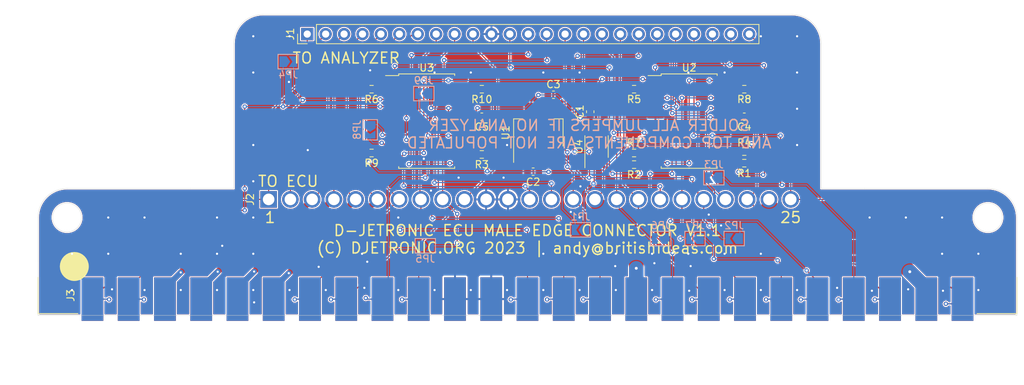
<source format=kicad_pcb>
(kicad_pcb (version 20211014) (generator pcbnew)
  (layers (0 "F.Cu" signal) (31 "B.Cu" signal) (34 "B.Paste" user) (35 "F.Paste" user) (36 "B.SilkS" user "B.Silkscreen") (37 "F.SilkS" user "F.Silkscreen") (38 "B.Mask" user) (39 "F.Mask" user) (44 "Edge.Cuts" user))
  (net 0 "")
  (net 1 "Net-(J1-Pad1)")
  (net 2 "+5V")
  (net 3 "Net-(J1-Pad7)")
  (net 4 "Net-(J1-Pad8)")
  (net 5 "/TPS_WOT_DIAG_II_IV")
  (net 6 "Net-(J1-Pad10)")
  (net 7 "/TPS_ACCEL1")
  (net 8 "/TPS_DISABLE")
  (net 9 "/PGII")
  (net 10 "Net-(J1-Pad15)")
  (net 11 "/PGIV")
  (net 12 "Net-(J1-Pad18)")
  (net 13 "/FUEL_PUMP_RELAY")
  (net 14 "/TPS_IDLE")
  (net 15 "/TPS_ACCEL2")
  (net 16 "/PGI")
  (net 17 "Net-(J1-Pad23)")
  (net 18 "/INJIV")
  (net 19 "/INJII")
  (net 20 "/INJIII")
  (net 21 "/INJI")
  (net 22 "/GND")
  (net 23 "/12V_1")
  (net 24 "Net-(J1-Pad25)")
  (net 25 "/PGIII")
  (net 26 "/ECU_FUEL_PUMP_CTRL")
  (net 27 "/FUEL_PUMP_PG_DISABLE")
  (net 28 "/ECU_TPS_WOT_DIAG_II_IV")
  (net 29 "/ECU_TPS_ACCEL1")
  (net 30 "/ECU_PGII")
  (net 31 "/ECU_PGIV")
  (net 32 "/ECU_TPS_IDLE")
  (net 33 "/ECU_TPS_ACCEL2")
  (net 34 "/ECU_PGI")
  (net 35 "/ECU_PGIII")
  (net 36 "Net-(R3-Pad2)")
  (net 37 "Net-(R4-Pad2)")
  (net 38 "Net-(R5-Pad2)")
  (net 39 "Net-(R6-Pad2)")
  (net 40 "Net-(R7-Pad2)")
  (net 41 "Net-(R8-Pad2)")
  (net 42 "Net-(R9-Pad2)")
  (net 43 "Net-(R10-Pad2)")
  (net 46 "/12V_2")
  (footprint "Britishideas:D-Jetronic ECU Edge Connector" (layer "F.Cu") (at 89.5 107.75 90)
    (fp_text reference "J3")
    (fp_text value "DJetECUEdgeConnector")
  )
  (footprint "Connector_PinHeader_2.54mm:PinHeader_1x25_P2.54mm_Vertical" (layer "F.Cu") (at 119.125 71.2 90)
    (fp_text reference "J1")
    (fp_text value "ANALYZER")
  )
  (footprint "Britishideas:Pins_1x25_P3.00mm_18AWG" (layer "F.Cu") (at 113.8 94 90)
    (fp_text reference "J2")
    (fp_text value "ECU")
  )
  (footprint "Capacitor_SMD:C_0603_1608Metric" (layer "F.Cu") (at 143.2 82.6)
    (fp_text reference "C5")
    (fp_text value "100nF")
  )
  (footprint "Resistor_SMD:R_0603_1608Metric" (layer "F.Cu") (at 128 87.6)
    (fp_text reference "R9")
    (fp_text value "10K")
  )
  (footprint "Resistor_SMD:R_0603_1608Metric" (layer "F.Cu") (at 143.2 78.8 180)
    (fp_text reference "R10")
    (fp_text value "10K")
  )
  (footprint "Capacitor_SMD:C_0603_1608Metric" (layer "F.Cu") (at 150.28 90.17 180)
    (fp_text reference "C2")
    (fp_text value "2u2")
  )
  (footprint "Capacitor_SMD:C_0603_1608Metric" (layer "F.Cu") (at 158.155 81.9125 90)
    (fp_text reference "C1")
    (fp_text value "1u")
  )
  (footprint "Package_TO_SOT_SMD:SOT-223-3_TabPin2" (layer "F.Cu") (at 151 84.8 90)
    (fp_text reference "U1")
    (fp_text value "TLV76150DCYR")
  )
  (footprint "Resistor_SMD:R_0603_1608Metric" (layer "F.Cu") (at 128 78.8)
    (fp_text reference "R6")
    (fp_text value "10K")
  )
  (footprint "Capacitor_SMD:C_0603_1608Metric" (layer "F.Cu") (at 153.08 79.57)
    (fp_text reference "C3")
    (fp_text value "100nF")
  )
  (footprint "Package_SO:SOIC-20W_7.5x12.8mm_P1.27mm" (layer "F.Cu") (at 171.8 83.2)
    (fp_text reference "U2")
    (fp_text value "DG333ADW-T1-E3")
  )
  (footprint "Capacitor_SMD:C_0603_1608Metric" (layer "F.Cu") (at 179.4 82.6)
    (fp_text reference "C4")
    (fp_text value "100nF")
  )
  (footprint "Resistor_SMD:R_0603_1608Metric" (layer "F.Cu") (at 179.4 89)
    (fp_text reference "R1")
    (fp_text value "10K")
  )
  (footprint "Resistor_SMD:R_0603_1608Metric" (layer "F.Cu") (at 164.2 87.6)
    (fp_text reference "R7")
    (fp_text value "10K")
  )
  (footprint "Resistor_SMD:R_0603_1608Metric" (layer "F.Cu") (at 164.2 78.8)
    (fp_text reference "R5")
    (fp_text value "10K")
  )
  (footprint "Resistor_SMD:R_0603_1608Metric" (layer "F.Cu") (at 143.2 87.8 180)
    (fp_text reference "R3")
    (fp_text value "10K")
  )
  (footprint "Fiducial:Fiducial_0.5mm_Mask1.5mm" (layer "F.Cu") (at 94.1 96.1)
    (fp_text reference "FID1" hide)
    (fp_text value "Fiducial")
  )
  (footprint "Package_SO:SOIC-20W_7.5x12.8mm_P1.27mm" (layer "F.Cu") (at 135.6 83.2)
    (fp_text reference "U3")
    (fp_text value "DG333ADW-T1-E3")
  )
  (footprint "Package_SO:MSOP-8_3x3mm_P0.65mm" (layer "F.Cu") (at 159.025 86.7125 90)
    (fp_text reference "U4")
    (fp_text value "DG419BDQ-T1-E3")
  )
  (footprint "Fiducial:Fiducial_0.5mm_Mask1.5mm" (layer "F.Cu") (at 184.3 72.9)
    (fp_text reference "FID3" hide)
    (fp_text value "Fiducial")
  )
  (footprint "Resistor_SMD:R_0603_1608Metric" (layer "F.Cu") (at 179.4 87.4 180)
    (fp_text reference "R4")
    (fp_text value "10K")
  )
  (footprint "Resistor_SMD:R_0603_1608Metric" (layer "F.Cu") (at 164.2 89.2 180)
    (fp_text reference "R2")
    (fp_text value "10K")
  )
  (footprint "Resistor_SMD:R_0603_1608Metric" (layer "F.Cu") (at 179.4 78.8 180)
    (fp_text reference "R8")
    (fp_text value "10K")
  )
  (footprint "Fiducial:Fiducial_0.5mm_Mask1.5mm" (layer "F.Cu") (at 204.3 96)
    (fp_text reference "FID2" hide)
    (fp_text value "Fiducial")
  )
  (footprint "Jumper:SolderJumper-2_P1.3mm_Open_TrianglePad1.0x1.5mm" (layer "B.Cu") (at 172.6 99.4 180)
    (fp_text reference "JP7")
    (fp_text value "NO_ANALYZER")
  )
  (footprint "Jumper:SolderJumper-2_P1.3mm_Open_TrianglePad1.0x1.5mm" (layer "B.Cu") (at 127.8 84.4 -90)
    (fp_text reference "JP8")
    (fp_text value "NO_ANALYZER")
  )
  (footprint "Jumper:SolderJumper-2_P1.3mm_Open_TrianglePad1.0x1.5mm" (layer "B.Cu") (at 135.4 100.4)
    (fp_text reference "JP5")
    (fp_text value "NO_ANALYZER")
  )
  (footprint "Jumper:SolderJumper-2_P1.3mm_Open_TrianglePad1.0x1.5mm" (layer "B.Cu") (at 178 99.4 180)
    (fp_text reference "JP2")
    (fp_text value "NO_ANALYZER")
  )
  (footprint "Jumper:SolderJumper-2_P1.3mm_Open_TrianglePad1.0x1.5mm" (layer "B.Cu") (at 116.5 75)
    (fp_text reference "JP4")
    (fp_text value "NO_ANALYZER")
  )
  (footprint "Jumper:SolderJumper-2_P1.3mm_Open_TrianglePad1.0x1.5mm" (layer "B.Cu") (at 135.2 79.4 180)
    (fp_text reference "JP9")
    (fp_text value "NO_ANALYZER")
  )
  (footprint "Jumper:SolderJumper-2_P1.3mm_Open_TrianglePad1.0x1.5mm" (layer "B.Cu") (at 167.875 99.4 180)
    (fp_text reference "JP6")
    (fp_text value "NO_ANALYZER")
  )
  (footprint "Jumper:SolderJumper-2_P1.3mm_Open_TrianglePad1.0x1.5mm" (layer "B.Cu") (at 175.2 91 180)
    (fp_text reference "JP3")
    (fp_text value "NO_ANALYZER")
  )
  (footprint "Jumper:SolderJumper-2_P1.3mm_Open_TrianglePad1.0x1.5mm" (layer "B.Cu") (at 156.8 98.2 180)
    (fp_text reference "JP1")
    (fp_text value "NO_ANALYZER")
  )
  (gr_line (start 217 96.5) (end 217 101) (layer "Edge.Cuts") (width 0.05))
  (gr_line (start 213 92.5) (end 196 92.5) (layer "Edge.Cuts") (width 0.05))
  (gr_arc (start 109 72.5) (mid 110.171573 69.671573) (end 113 68.5) (layer "Edge.Cuts") (width 0.05))
  (gr_arc (start 186 68.5) (mid 188.828427 69.671573) (end 190 72.5) (layer "Edge.Cuts") (width 0.05))
  (gr_line (start 113 68.5) (end 186 68.5) (layer "Edge.Cuts") (width 0.05))
  (gr_line (start 82 102.5) (end 82 96.5) (layer "Edge.Cuts") (width 0.05))
  (gr_arc (start 213 92.5) (mid 215.828427 93.671573) (end 217 96.5) (layer "Edge.Cuts") (width 0.05))
  (gr_line (start 196 92.5) (end 190 92.5) (layer "Edge.Cuts") (width 0.05))
  (gr_line (start 109 92.5) (end 109 72.5) (layer "Edge.Cuts") (width 0.05))
  (gr_arc (start 82 96.5) (mid 83.171573 93.671573) (end 86 92.5) (layer "Edge.Cuts") (width 0.05))
  (gr_line (start 190 92.5) (end 190 72.5) (layer "Edge.Cuts") (width 0.05))
  (gr_line (start 217 110) (end 217 101) (layer "Edge.Cuts") (width 0.05))
  (gr_line (start 86 92.5) (end 103 92.5) (layer "Edge.Cuts") (width 0.05))
  (gr_circle (center 213 96.5) (end 213 94.5) (layer "Edge.Cuts") (width 0.05) (fill none))
  (gr_line (start 82 110) (end 217 110) (layer "Edge.Cuts") (width 0.05))
  (gr_circle (center 86 96.5) (end 86 94.5) (layer "Edge.Cuts") (width 0.05) (fill none))
  (gr_line (start 82 110) (end 82 102.5) (layer "Edge.Cuts") (width 0.05))
  (gr_line (start 103 92.5) (end 109 92.5) (layer "Edge.Cuts") (width 0.05))
  (gr_text "SOLDER ALL JUMPERS IF NO ANALYZER\nAND TOP COMPONENTS ARE NOT POPULATED" (at 158 85) (layer "B.SilkS") (effects (font (size 1.5 1.5) (thickness 0.2)) (justify mirror)))
  (gr_text "TO ECU" (at 116.5 91.5) (layer "F.SilkS") (effects (font (size 1.5 1.5) (thickness 0.2))))
  (gr_text "D-JETRONIC ECU MALE EDGE CONNECTOR V1.1\n(C) DJETRONIC.ORG 2023 | andy@britishideas.com" (at 149.5 99.5) (layer "F.SilkS") (effects (font (size 1.5 1.5) (thickness 0.2))))
  (gr_text "TO ANALYZER" (at 124.5 74.5) (layer "F.SilkS") (effects (font (size 1.5 1.5) (thickness 0.2))))
  (gr_text "25" (at 185.8 96.5) (layer "F.SilkS") (effects (font (size 1.5 1.5) (thickness 0.2))))
  (gr_text "1" (at 114 96.5) (layer "F.SilkS") (effects (font (size 1.5 1.5) (thickness 0.2))))
  (segment (start 113.8 94) (end 113.8 82.129216) (width 0.152) (layer "F.Cu") (net 1))
  (segment (start 91.75 107.75) (end 89.5 107.75) (width 0.152) (layer "F.Cu") (net 1))
  (segment (start 103.25 94) (end 113.8 94) (width 0.152) (layer "F.Cu") (net 1))
  (segment (start 113.8 82.129216) (end 119.125 76.804216) (width 0.152) (layer "F.Cu") (net 1))
  (segment (start 119.125 76.804216) (end 119.125 71.2) (width 0.152) (layer "F.Cu") (net 1))
  (segment (start 89.5 107.75) (end 103.25 94) (width 0.152) (layer "F.Cu") (net 1))
  (segment (start 91.8 107.8) (end 91.75 107.75) (width 0.152) (layer "F.Cu") (net 1))
  (via (at 91.8 107.8) (size 0.6) (drill 0.3) (layers "F.Cu" "B.Cu") (net 1))
  (segment (start 89.5 107.75) (end 91.75 107.75) (width 0.152) (layer "B.Cu") (net 1))
  (segment (start 91.75 107.75) (end 91.8 107.8) (width 0.152) (layer "B.Cu") (net 1))
  (segment (start 151.085 90.2) (end 151.055 90.17) (width 0.152) (layer "F.Cu") (net 2))
  (segment (start 144.025 90.029002) (end 143.944954 90.109048) (width 0.152) (layer "F.Cu") (net 2))
  (segment (start 180.853 85.947) (end 180.4 86.4) (width 0.152) (layer "F.Cu") (net 2))
  (segment (start 151 87.95) (end 151 90.115) (width 0.152) (layer "F.Cu") (net 2))
  (segment (start 144.653 79.428) (end 144.025 78.8) (width 0.152) (layer "F.Cu") (net 2))
  (segment (start 127.6 88.8) (end 127.2 88.4) (width 0.152) (layer "F.Cu") (net 2))
  (segment (start 180.4 87.225) (end 180.225 87.4) (width 0.152) (layer "F.Cu") (net 2))
  (segment (start 127.2 88.4) (end 127.2 87.625) (width 0.152) (layer "F.Cu") (net 2))
  (segment (start 163.375 86.575) (end 163.3 86.5) (width 0.152) (layer "F.Cu") (net 2))
  (segment (start 144.025 87.8) (end 144.025 90.029002) (width 0.152) (layer "F.Cu") (net 2))
  (segment (start 152.4 90.2) (end 151.085 90.2) (width 0.152) (layer "F.Cu") (net 2))
  (segment (start 151 87.95) (end 151 81.65) (width 0.152) (layer "F.Cu") (net 2))
  (segment (start 151 90.115) (end 151.055 90.17) (width 0.152) (layer "F.Cu") (net 2))
  (segment (start 180.853 79.428) (end 180.225 78.8) (width 0.152) (layer "F.Cu") (net 2))
  (segment (start 162.8 86) (end 163.3 86.5) (width 0.152) (layer "F.Cu") (net 2))
  (segment (start 163.375 78.8) (end 162.8 79.375) (width 0.152) (layer "F.Cu") (net 2))
  (segment (start 144.025 87.8) (end 144.025 87.175) (width 0.152) (layer "F.Cu") (net 2))
  (segment (start 144.025 87.175) (end 144.653 86.547) (width 0.152) (layer "F.Cu") (net 2))
  (segment (start 127.175 87.6) (end 127.175 78.8) (width 0.152) (layer "F.Cu") (net 2))
  (segment (start 180.853 79.428) (end 180.853 85.947) (width 0.152) (layer "F.Cu") (net 2))
  (segment (start 144.653 86.547) (end 144.653 79.428) (width 0.152) (layer "F.Cu") (net 2))
  (segment (start 162.8 79.375) (end 162.8 86) (width 0.152) (layer "F.Cu") (net 2))
  (segment (start 163.375 87.6) (end 163.375 86.575) (width 0.152) (layer "F.Cu") (net 2))
  (segment (start 180.4 86.4) (end 180.4 87.225) (width 0.152) (layer "F.Cu") (net 2))
  (segment (start 127.2 87.625) (end 127.175 87.6) (width 0.152) (layer "F.Cu") (net 2))
  (via (at 163.3 86.5) (size 0.6) (drill 0.3) (layers "F.Cu" "B.Cu") (net 2))
  (via (at 127.6 88.8) (size 0.6) (drill 0.3) (layers "F.Cu" "B.Cu") (net 2))
  (via (at 180.4 86.4) (size 0.6) (drill 0.3) (layers "F.Cu" "B.Cu") (net 2))
  (via (at 152.4 90.2) (size 0.6) (drill 0.3) (layers "F.Cu" "B.Cu") (net 2))
  (via (at 143.944954 90.109048) (size 0.6) (drill 0.3) (layers "F.Cu" "B.Cu") (net 2))
  (segment (start 129 90.2) (end 143.854002 90.2) (width 0.152) (layer "B.Cu") (net 2))
  (segment (start 180.4 86.4) (end 180.3 86.5) (width 0.152) (layer "B.Cu") (net 2))
  (segment (start 152.4 90.2) (end 159.6 90.2) (width 0.152) (layer "B.Cu") (net 2))
  (segment (start 152.4 90.2) (end 144.035906 90.2) (width 0.152) (layer "B.Cu") (net 2))
  (segment (start 143.854002 90.2) (end 143.944954 90.109048) (width 0.152) (layer "B.Cu") (net 2))
  (segment (start 127.6 88.8) (end 129 90.2) (width 0.152) (layer "B.Cu") (net 2))
  (segment (start 144.035906 90.2) (end 143.944954 90.109048) (width 0.152) (layer "B.Cu") (net 2))
  (segment (start 180.3 86.5) (end 163.3 86.5) (width 0.152) (layer "B.Cu") (net 2))
  (segment (start 159.6 90.2) (end 163.3 86.5) (width 0.152) (layer "B.Cu") (net 2))
  (segment (start 131.8 94) (end 126.547 88.747) (width 0.152) (layer "F.Cu") (net 3))
  (segment (start 126.547 88.747) (end 126.547 84.547) (width 0.152) (layer "F.Cu") (net 3))
  (segment (start 126.5 78.394717) (end 133.694717 71.2) (width 0.152) (layer "F.Cu") (net 3))
  (segment (start 119.5 107.75) (end 117.45 107.75) (width 0.152) (layer "F.Cu") (net 3))
  (segment (start 126.5 84.5) (end 126.5 78.394717) (width 0.152) (layer "F.Cu") (net 3))
  (segment (start 133.694717 71.2) (end 134.365 71.2) (width 0.152) (layer "F.Cu") (net 3))
  (segment (start 117.45 107.75) (end 117.4 107.8) (width 0.152) (layer "F.Cu") (net 3))
  (segment (start 119.5 107.75) (end 119.5 106.3) (width 0.152) (layer "F.Cu") (net 3))
  (segment (start 126.547 84.547) (end 126.5 84.5) (width 0.152) (layer "F.Cu") (net 3))
  (segment (start 119.5 106.3) (end 131.8 94) (width 0.152) (layer "F.Cu") (net 3))
  (via (at 117.4 107.8) (size 0.6) (drill 0.3) (layers "F.Cu" "B.Cu") (net 3))
  (segment (start 117.4 107.8) (end 117.45 107.75) (width 0.152) (layer "B.Cu") (net 3))
  (segment (start 117.45 107.75) (end 119.5 107.75) (width 0.152) (layer "B.Cu") (net 3))
  (segment (start 134.8 94) (end 134.6725 93.8725) (width 0.152) (layer "F.Cu") (net 4))
  (segment (start 124.5 107.75) (end 134.8 97.45) (width 0.152) (layer "F.Cu") (net 4))
  (segment (start 134.6725 93.8725) (end 134.6725 74.8275) (width 0.152) (layer "F.Cu") (net 4))
  (segment (start 134.6725 74.8275) (end 136.905 72.595) (width 0.152) (layer "F.Cu") (net 4))
  (segment (start 122.4 107.8) (end 122.45 107.75) (width 0.152) (layer "F.Cu") (net 4))
  (segment (start 136.905 72.595) (end 136.905 71.2) (width 0.152) (layer "F.Cu") (net 4))
  (segment (start 134.8 97.45) (end 134.8 94) (width 0.152) (layer "F.Cu") (net 4))
  (segment (start 122.45 107.75) (end 124.5 107.75) (width 0.152) (layer "F.Cu") (net 4))
  (via (at 122.4 107.8) (size 0.6) (drill 0.3) (layers "F.Cu" "B.Cu") (net 4))
  (segment (start 122.45 107.75) (end 122.4 107.8) (width 0.152) (layer "B.Cu") (net 4))
  (segment (start 124.5 107.75) (end 122.45 107.75) (width 0.152) (layer "B.Cu") (net 4))
  (segment (start 121 76.4) (end 116.2 81.2) (width 0.152) (layer "F.Cu") (net 5))
  (segment (start 121 71.865) (end 121 76.4) (width 0.152) (layer "F.Cu") (net 5))
  (segment (start 94.5 107.75) (end 94.5 106.25) (width 0.152) (layer "F.Cu") (net 5))
  (segment (start 116.2 81.2) (end 115.8 81.2) (width 0.152) (layer "F.Cu") (net 5))
  (segment (start 129.2 81.2) (end 130.855 81.2) (width 0.152) (layer "F.Cu") (net 5))
  (segment (start 94.5 106.25) (end 105.25 95.5) (width 0.152) (layer "F.Cu") (net 5))
  (segment (start 96.55 107.75) (end 96.6 107.8) (width 0.152) (layer "F.Cu") (net 5))
  (segment (start 105.25 95.5) (end 110.5 95.5) (width 0.152) (layer "F.Cu") (net 5))
  (segment (start 94.5 107.75) (end 96.55 107.75) (width 0.152) (layer "F.Cu") (net 5))
  (segment (start 130.855 81.2) (end 130.95 81.295) (width 0.152) (layer "F.Cu") (net 5))
  (segment (start 110.5 92.5) (end 110.5 81.2) (width 0.152) (layer "F.Cu") (net 5))
  (segment (start 121.665 71.2) (end 121 71.865) (width 0.152) (layer "F.Cu") (net 5))
  (via (at 96.6 107.8) (size 0.6) (drill 0.3) (layers "F.Cu" "B.Cu") (net 5))
  (via (at 115.8 81.2) (size 0.6) (drill 0.3) (layers "F.Cu" "B.Cu") (net 5))
  (via (at 110.5 92.5) (size 0.6) (drill 0.3) (layers "F.Cu" "B.Cu") (net 5))
  (via (at 110.5 95.5) (size 0.6) (drill 0.3) (layers "F.Cu" "B.Cu") (net 5))
  (via (at 110.5 81.2) (size 0.6) (drill 0.3) (layers "F.Cu" "B.Cu") (net 5))
  (via (at 129.2 81.2) (size 0.6) (drill 0.3) (layers "F.Cu" "B.Cu") (net 5))
  (segment (start 115.8 81.2) (end 115.8 75.025) (width 0.152) (layer "B.Cu") (net 5))
  (segment (start 96.6 107.8) (end 96.55 107.75) (width 0.152) (layer "B.Cu") (net 5))
  (segment (start 115.8 81.2) (end 110.5 81.2) (width 0.152) (layer "B.Cu") (net 5))
  (segment (start 115.8 75.025) (end 115.775 75) (width 0.152) (layer "B.Cu") (net 5))
  (segment (start 110.5 95.5) (end 110.5 92.5) (width 0.152) (layer "B.Cu") (net 5))
  (segment (start 96.55 107.75) (end 94.5 107.75) (width 0.152) (layer "B.Cu") (net 5))
  (segment (start 115.8 81.2) (end 129.2 81.2) (width 0.152) (layer "B.Cu") (net 5))
  (segment (start 132.25 107.75) (end 134.5 107.75) (width 0.152) (layer "F.Cu") (net 6))
  (segment (start 134.5 107.75) (end 134.5 100.3) (width 0.152) (layer "F.Cu") (net 6))
  (segment (start 141.985 71.2) (end 141.985 72.885) (width 0.152) (layer "F.Cu") (net 6))
  (segment (start 145.4 76.3) (end 145.4 89.4) (width 0.152) (layer "F.Cu") (net 6))
  (segment (start 134.5 100.3) (end 140.8 94) (width 0.152) (layer "F.Cu") (net 6))
  (segment (start 145.4 89.4) (end 140.8 94) (width 0.152) (layer "F.Cu") (net 6))
  (segment (start 141.985 72.885) (end 145.4 76.3) (width 0.152) (layer "F.Cu") (net 6))
  (segment (start 132.2 107.8) (end 132.25 107.75) (width 0.152) (layer "F.Cu") (net 6))
  (via (at 132.2 107.8) (size 0.6) (drill 0.3) (layers "F.Cu" "B.Cu") (net 6))
  (segment (start 134.5 107.75) (end 132.25 107.75) (width 0.152) (layer "B.Cu") (net 6))
  (segment (start 132.25 107.75) (end 132.2 107.8) (width 0.152) (layer "B.Cu") (net 6))
  (segment (start 127.35 107.75) (end 127.2 107.6) (width 0.152) (layer "F.Cu") (net 7))
  (segment (start 129.5 107.75) (end 127.35 107.75) (width 0.152) (layer "F.Cu") (net 7))
  (segment (start 140.155 85.2) (end 140.25 85.105) (width 0.152) (layer "F.Cu") (net 7))
  (segment (start 135.8 90.6) (end 135.4 91) (width 0.152) (layer "F.Cu") (net 7))
  (segment (start 135.6725 85.0725) (end 135.8 85.2) (width 0.152) (layer "F.Cu") (net 7))
  (segment (start 135.8 85.2) (end 135.8 90.6) (width 0.152) (layer "F.Cu") (net 7))
  (segment (start 139.445 72.555) (end 135.7275 76.2725) (width 0.152) (layer "F.Cu") (net 7))
  (segment (start 135.6725 77.873498) (end 135.6725 85.0725) (width 0.152) (layer "F.Cu") (net 7))
  (segment (start 135.7275 76.2725) (end 135.7275 77.818498) (width 0.152) (layer "F.Cu") (net 7))
  (segment (start 139.445 71.2) (end 139.445 72.555) (width 0.152) (layer "F.Cu") (net 7))
  (segment (start 135.7275 77.818498) (end 135.6725 77.873498) (width 0.152) (layer "F.Cu") (net 7))
  (segment (start 138.6 85.2) (end 140.155 85.2) (width 0.152) (layer "F.Cu") (net 7))
  (via (at 127.2 107.6) (size 0.6) (drill 0.3) (layers "F.Cu" "B.Cu") (net 7))
  (via (at 135.4 91) (size 0.6) (drill 0.3) (layers "F.Cu" "B.Cu") (net 7))
  (via (at 138.6 85.2) (size 0.6) (drill 0.3) (layers "F.Cu" "B.Cu") (net 7))
  (via (at 135.8 85.2) (size 0.6) (drill 0.3) (layers "F.Cu" "B.Cu") (net 7))
  (segment (start 130.3 92.5) (end 131.8 91) (width 0.152) (layer "B.Cu") (net 7))
  (segment (start 134.275 100.8) (end 130.7 100.8) (width 0.152) (layer "B.Cu") (net 7))
  (segment (start 134.675 100.4) (end 134.275 100.8) (width 0.152) (layer "B.Cu") (net 7))
  (segment (start 130.3 106.95) (end 129.5 107.75) (width 0.152) (layer "B.Cu") (net 7))
  (segment (start 130.7 100.8) (end 130.3 100.4) (width 0.152) (layer "B.Cu") (net 7))
  (segment (start 127.2 107.6) (end 127.35 107.75) (width 0.152) (layer "B.Cu") (net 7))
  (segment (start 130.3 100.2) (end 130.3 106.95) (width 0.152) (layer "B.Cu") (net 7))
  (segment (start 127.35 107.75) (end 129.5 107.75) (width 0.152) (layer "B.Cu") (net 7))
  (segment (start 135.8 85.2) (end 138.6 85.2) (width 0.152) (layer "B.Cu") (net 7))
  (segment (start 130.3 100.4) (end 130.3 92.5) (width 0.152) (layer "B.Cu") (net 7))
  (segment (start 131.8 91) (end 135.4 91) (width 0.152) (layer "B.Cu") (net 7))
  (segment (start 130.95 77.485) (end 131.2 77.235) (width 0.152) (layer "F.Cu") (net 8))
  (segment (start 130.95 77.485) (end 132.285 77.485) (width 0.152) (layer "F.Cu") (net 8))
  (segment (start 138.8 89) (end 140.165 89) (width 0.152) (layer "F.Cu") (net 8))
  (segment (start 133.431001 86.431001) (end 133.431001 88.857709) (width 0.152) (layer "F.Cu") (net 8))
  (segment (start 160.8 75.8) (end 160.8 90.032473) (width 0.152) (layer "F.Cu") (net 8))
  (segment (start 131.2 77.235) (end 131.2 75.6) (width 0.152) (layer "F.Cu") (net 8))
  (segment (start 147.065 75.665) (end 147.065 71.2) (width 0.152) (layer "F.Cu") (net 8))
  (segment (start 132.285 77.485) (end 132.8 78) (width 0.152) (layer "F.Cu") (net 8))
  (segment (start 140.165 89) (end 140.25 88.915) (width 0.152) (layer "F.Cu") (net 8))
  (segment (start 174.6 77.6) (end 176.335 77.6) (width 0.152) (layer "F.Cu") (net 8))
  (segment (start 167.15 88.915) (end 165.31 88.915) (width 0.152) (layer "F.Cu") (net 8))
  (segment (start 168.715 88.915) (end 168.8 89) (width 0.152) (layer "F.Cu") (net 8))
  (segment (start 133.431001 88.857709) (end 133.15488 89.13383) (width 0.152) (layer "F.Cu") (net 8))
  (segment (start 165.025 90.375) (end 165 90.4) (width 0.152) (layer "F.Cu") (net 8))
  (segment (start 165.31 88.915) (end 165.025 89.2) (width 0.152) (layer "F.Cu") (net 8))
  (segment (start 165.025 89.2) (end 165.025 90.375) (width 0.152) (layer "F.Cu") (net 8))
  (segment (start 132.8 78) (end 132.8 82.8) (width 0.152) (layer "F.Cu") (net 8))
  (segment (start 167.15 88.915) (end 168.715 88.915) (width 0.152) (layer "F.Cu") (net 8))
  (segment (start 132.8 85.8) (end 133.431001 86.431001) (width 0.152) (layer "F.Cu") (net 8))
  (segment (start 160.8 90.032473) (end 161.240027 90.4725) (width 0.152) (layer "F.Cu") (net 8))
  (segment (start 147.2 75.8) (end 147.065 75.665) (width 0.152) (layer "F.Cu") (net 8))
  (segment (start 171.8 89) (end 171.8 77.6) (width 0.152) (layer "F.Cu") (net 8))
  (segment (start 176.335 77.6) (end 176.45 77.485) (width 0.152) (layer "F.Cu") (net 8))
  (via (at 131.2 75.6) (size 0.6) (drill 0.3) (layers "F.Cu" "B.Cu") (net 8))
  (via (at 165 90.4) (size 0.6) (drill 0.3) (layers "F.Cu" "B.Cu") (net 8))
  (via (at 147.2 75.8) (size 0.6) (drill 0.3) (layers "F.Cu" "B.Cu") (net 8))
  (via (at 174.6 77.6) (size 0.6) (drill 0.3) (layers "F.Cu" "B.Cu") (net 8))
  (via (at 132.8 85.8) (size 0.6) (drill 0.3) (layers "F.Cu" "B.Cu") (net 8))
  (via (at 138.8 89) (size 0.6) (drill 0.3) (layers "F.Cu" "B.Cu") (net 8))
  (via (at 171.8 77.6) (size 0.6) (drill 0.3) (layers "F.Cu" "B.Cu") (net 8))
  (via (at 168.8 89) (size 0.6) (drill 0.3) (layers "F.Cu" "B.Cu") (net 8))
  (via (at 160.8 75.8) (size 0.6) (drill 0.3) (layers "F.Cu" "B.Cu") (net 8))
  (via (at 171.8 89) (size 0.6) (drill 0.3) (layers "F.Cu" "B.Cu") (net 8))
  (via (at 133.15488 89.13383) (size 0.6) (drill 0.3) (layers "F.Cu" "B.Cu") (net 8))
  (via (at 161.240027 90.4725) (size 0.6) (drill 0.3) (layers "F.Cu" "B.Cu") (net 8))
  (via (at 132.8 82.8) (size 0.6) (drill 0.3) (layers "F.Cu" "B.Cu") (net 8))
  (segment (start 138.8 89) (end 133.28871 89) (width 0.152) (layer "B.Cu") (net 8))
  (segment (start 147.2 75.8) (end 160.8 75.8) (width 0.152) (layer "B.Cu") (net 8))
  (segment (start 161.240027 90.4725) (end 164.9275 90.4725) (width 0.152) (layer "B.Cu") (net 8))
  (segment (start 133.28871 89) (end 133.15488 89.13383) (width 0.152) (layer "B.Cu") (net 8))
  (segment (start 131.2 75.6) (end 147 75.6) (width 0.152) (layer "B.Cu") (net 8))
  (segment (start 171.8 77.6) (end 174.6 77.6) (width 0.152) (layer "B.Cu") (net 8))
  (segment (start 132.8 82.8) (end 132.8 85.8) (width 0.152) (layer "B.Cu") (net 8))
  (segment (start 164.9275 90.4725) (end 165 90.4) (width 0.152) (layer "B.Cu") (net 8))
  (segment (start 168.8 89) (end 171.8 89) (width 0.152) (layer "B.Cu") (net 8))
  (segment (start 147 75.6) (end 147.2 75.8) (width 0.152) (layer "B.Cu") (net 8))
  (segment (start 149.4 98.2) (end 149.5 98.3) (width 0.152) (layer "F.Cu") (net 9))
  (segment (start 133.8 92.625607) (end 133.3 93.125607) (width 0.152) (layer "F.Cu") (net 9))
  (segment (start 133.305 85.105) (end 133.8 85.6) (width 0.152) (layer "F.Cu") (net 9))
  (segment (start 130.95 85.105) (end 132.795 85.105) (width 0.152) (layer "F.Cu") (net 9))
  (segment (start 132.795 85.105) (end 133.5 84.4) (width 0.152) (layer "F.Cu") (net 9))
  (segment (start 129.505 85.105) (end 129.5 85.1) (width 0.152) (layer "F.Cu") (net 9))
  (segment (start 133.3 96.8275) (end 131.9275 98.2) (width 0.152) (layer "F.Cu") (net 9))
  (segment (start 147.25 107.75) (end 147.2 107.8) (width 0.152) (layer "F.Cu") (net 9))
  (segment (start 149.5 98.3) (end 149.5 107.75) (width 0.152) (layer "F.Cu") (net 9))
  (segment (start 133.5 84.4) (end 133.5 74.1) (width 0.152) (layer "F.Cu") (net 9))
  (segment (start 149.6 74) (end 149.605 73.995) (width 0.152) (layer "F.Cu") (net 9))
  (segment (start 133.8 85.6) (end 133.8 92.625607) (width 0.152) (layer "F.Cu") (net 9))
  (segment (start 149.5 107.75) (end 147.25 107.75) (width 0.152) (layer "F.Cu") (net 9))
  (segment (start 133.3 93.125607) (end 133.3 96.8275) (width 0.152) (layer "F.Cu") (net 9))
  (segment (start 130.95 85.105) (end 133.305 85.105) (width 0.152) (layer "F.Cu") (net 9))
  (segment (start 149.605 73.995) (end 149.605 71.2) (width 0.152) (layer "F.Cu") (net 9))
  (segment (start 130.95 85.105) (end 129.505 85.105) (width 0.152) (layer "F.Cu") (net 9))
  (via (at 149.4 98.2) (size 0.6) (drill 0.3) (layers "F.Cu" "B.Cu") (net 9))
  (via (at 129.5 85.1) (size 0.6) (drill 0.3) (layers "F.Cu" "B.Cu") (net 9))
  (via (at 133.5 74.1) (size 0.6) (drill 0.3) (layers "F.Cu" "B.Cu") (net 9))
  (via (at 131.9275 98.2) (size 0.6) (drill 0.3) (layers "F.Cu" "B.Cu") (net 9))
  (via (at 149.6 74) (size 0.6) (drill 0.3) (layers "F.Cu" "B.Cu") (net 9))
  (via (at 147.2 107.8) (size 0.6) (drill 0.3) (layers "F.Cu" "B.Cu") (net 9))
  (segment (start 149.4 98.2) (end 131.9275 98.2) (width 0.152) (layer "B.Cu") (net 9))
  (segment (start 127.8 83.675) (end 128.775 83.675) (width 0.152) (layer "B.Cu") (net 9))
  (segment (start 129.5 84.4) (end 129.5 85.1) (width 0.152) (layer "B.Cu") (net 9))
  (segment (start 128.775 83.675) (end 129.5 84.4) (width 0.152) (layer "B.Cu") (net 9))
  (segment (start 133.6 74) (end 133.5 74.1) (width 0.152) (layer "B.Cu") (net 9))
  (segment (start 149.6 74) (end 133.6 74) (width 0.152) (layer "B.Cu") (net 9))
  (segment (start 147.2 107.8) (end 147.25 107.75) (width 0.152) (layer "B.Cu") (net 9))
  (segment (start 147.25 107.75) (end 149.5 107.75) (width 0.152) (layer "B.Cu") (net 9))
  (segment (start 159.5 97.7) (end 155.8 94) (width 0.152) (layer "F.Cu") (net 10))
  (segment (start 155.8 94) (end 155.8 90.3) (width 0.152) (layer "F.Cu") (net 10))
  (segment (start 155.8 90.3) (end 155 89.5) (width 0.152) (layer "F.Cu") (net 10))
  (segment (start 154.685 87.185) (end 154.685 71.2) (width 0.152) (layer "F.Cu") (net 10))
  (segment (start 157.25 107.75) (end 157.2 107.8) (width 0.152) (layer "F.Cu") (net 10))
  (segment (start 155 87.5) (end 154.685 87.185) (width 0.152) (layer "F.Cu") (net 10))
  (segment (start 159.5 107.75) (end 159.5 97.7) (width 0.152) (layer "F.Cu") (net 10))
  (segment (start 159.5 107.75) (end 157.25 107.75) (width 0.152) (layer "F.Cu") (net 10))
  (via (at 155 87.5) (size 0.6) (drill 0.3) (layers "F.Cu" "B.Cu") (net 10))
  (via (at 157.2 107.8) (size 0.6) (drill 0.3) (layers "F.Cu" "B.Cu") (net 10))
  (via (at 155 89.5) (size 0.6) (drill 0.3) (layers "F.Cu" "B.Cu") (net 10))
  (segment (start 157.2 107.8) (end 157.25 107.75) (width 0.152) (layer "B.Cu") (net 10))
  (segment (start 157.25 107.75) (end 159.5 107.75) (width 0.152) (layer "B.Cu") (net 10))
  (segment (start 155 89.5) (end 155 87.5) (width 0.152) (layer "B.Cu") (net 10))
  (segment (start 138.6 81.4) (end 140.145 81.4) (width 0.152) (layer "F.Cu") (net 11))
  (segment (start 138.6 81.4) (end 138.6 83.2) (width 0.152) (layer "F.Cu") (net 11))
  (segment (start 137.2 92.525607) (end 136.3 93.425607) (width 0.152) (layer "F.Cu") (net 11))
  (segment (start 137.2 84.6) (end 137.2 92.525607) (width 0.152) (layer "F.Cu") (net 11))
  (segment (start 152.145 74.745) (end 152.2 74.8) (width 0.152) (layer "F.Cu") (net 11))
  (segment (start 138 79.6) (end 138 74.8) (width 0.152) (layer "F.Cu") (net 11))
  (segment (start 136.3 93.425607) (end 136.3 96.5) (width 0.152) (layer "F.Cu") (net 11))
  (segment (start 152.2 107.8) (end 152.25 107.75) (width 0.152) (layer "F.Cu") (net 11))
  (segment (start 152.25 107.75) (end 154.5 107.75) (width 0.152) (layer "F.Cu") (net 11))
  (segment (start 138.6 83.2) (end 137.2 84.6) (width 0.152) (layer "F.Cu") (net 11))
  (segment (start 136.2 81.4) (end 138 79.6) (width 0.152) (layer "F.Cu") (net 11))
  (segment (start 140.145 81.4) (end 140.25 81.295) (width 0.152) (layer "F.Cu") (net 11))
  (segment (start 153.8 96.6) (end 154.5 97.3) (width 0.152) (layer "F.Cu") (net 11))
  (segment (start 154.5 97.3) (end 154.5 107.75) (width 0.152) (layer "F.Cu") (net 11))
  (segment (start 136.3 96.5) (end 136.4 96.6) (width 0.152) (layer "F.Cu") (net 11))
  (segment (start 152.145 71.2) (end 152.145 74.745) (width 0.152) (layer "F.Cu") (net 11))
  (via (at 152.2 74.8) (size 0.6) (drill 0.3) (layers "F.Cu" "B.Cu") (net 11))
  (via (at 152.2 107.8) (size 0.6) (drill 0.3) (layers "F.Cu" "B.Cu") (net 11))
  (via (at 136.2 81.4) (size 0.6) (drill 0.3) (layers "F.Cu" "B.Cu") (net 11))
  (via (at 138.6 81.4) (size 0.6) (drill 0.3) (layers "F.Cu" "B.Cu") (net 11))
  (via (at 153.8 96.6) (size 0.6) (drill 0.3) (layers "F.Cu" "B.Cu") (net 11))
  (via (at 138 74.8) (size 0.6) (drill 0.3) (layers "F.Cu" "B.Cu") (net 11))
  (via (at 136.4 96.6) (size 0.6) (drill 0.3) (layers "F.Cu" "B.Cu") (net 11))
  (segment (start 136.4 96.6) (end 153.8 96.6) (width 0.152) (layer "B.Cu") (net 11))
  (segment (start 152.2 74.8) (end 138 74.8) (width 0.152) (layer "B.Cu") (net 11))
  (segment (start 152.25 107.75) (end 152.2 107.8) (width 0.152) (layer "B.Cu") (net 11))
  (segment (start 136.2 79.675) (end 135.925 79.4) (width 0.152) (layer "B.Cu") (net 11))
  (segment (start 136.2 81.4) (end 136.2 79.675) (width 0.152) (layer "B.Cu") (net 11))
  (segment (start 154.5 107.75) (end 152.25 107.75) (width 0.152) (layer "B.Cu") (net 11))
  (segment (start 136.2 81.4) (end 138.6 81.4) (width 0.152) (layer "B.Cu") (net 11))
  (segment (start 174.5 107.75) (end 172.25 107.75) (width 0.152) (layer "F.Cu") (net 12))
  (segment (start 162.305 91.505) (end 162.305 71.2) (width 0.152) (layer "F.Cu") (net 12))
  (segment (start 172.25 107.75) (end 172.2 107.8) (width 0.152) (layer "F.Cu") (net 12))
  (segment (start 174.5 107.75) (end 164.8 98.05) (width 0.152) (layer "F.Cu") (net 12))
  (segment (start 164.8 98.05) (end 164.8 94) (width 0.152) (layer "F.Cu") (net 12))
  (segment (start 164.8 94) (end 162.305 91.505) (width 0.152) (layer "F.Cu") (net 12))
  (via (at 172.2 107.8) (size 0.6) (drill 0.3) (layers "F.Cu" "B.Cu") (net 12))
  (segment (start 172.2 107.8) (end 172.25 107.75) (width 0.152) (layer "B.Cu") (net 12))
  (segment (start 172.25 107.75) (end 174.5 107.75) (width 0.152) (layer "B.Cu") (net 12))
  (segment (start 155.8 74.8) (end 155.8 87.2) (width 0.152) (layer "F.Cu") (net 13))
  (segment (start 156.4 74.2) (end 155.8 74.8) (width 0.152) (layer "F.Cu") (net 13))
  (segment (start 158 88.775) (end 158.05 88.825) (width 0.152) (layer "F.Cu") (net 13))
  (segment (start 179.5 106.1) (end 179.5 107.75) (width 0.152) (layer "F.Cu") (net 13))
  (segment (start 158 87.4) (end 158 88.775) (width 0.152) (layer "F.Cu") (net 13))
  (segment (start 177.2 103.8) (end 179.5 106.1) (width 0.152) (layer "F.Cu") (net 13))
  (segment (start 164.845 71.2) (end 164.845 74.155) (width 0.152) (layer "F.Cu") (net 13))
  (segment (start 155.8 87.2) (end 156 87.4) (width 0.152) (layer "F.Cu") (net 13))
  (segment (start 177.45 107.75) (end 179.5 107.75) (width 0.152) (layer "F.Cu") (net 13))
  (segment (start 174.4 103.8) (end 177.2 103.8) (width 0.152) (layer "F.Cu") (net 13))
  (segment (start 158.05 88.825) (end 158.05 90.95) (width 0.152) (layer "F.Cu") (net 13))
  (segment (start 177.4 107.8) (end 177.45 107.75) (width 0.152) (layer "F.Cu") (net 13))
  (segment (start 172.2 91.2) (end 172.3 91.3) (width 0.152) (layer "F.Cu") (net 13))
  (segment (start 172.3 91.3) (end 172.3 101.7) (width 0.152) (layer "F.Cu") (net 13))
  (segment (start 164.845 74.155) (end 164.8 74.2) (width 0.152) (layer "F.Cu") (net 13))
  (segment (start 172.3 101.7) (end 174.4 103.8) (width 0.152) (layer "F.Cu") (net 13))
  (segment (start 158.05 90.95) (end 158 91) (width 0.152) (layer "F.Cu") (net 13))
  (via (at 156.4 74.2) (size 0.6) (drill 0.3) (layers "F.Cu" "B.Cu") (net 13))
  (via (at 172.2 91.2) (size 0.6) (drill 0.3) (layers "F.Cu" "B.Cu") (net 13))
  (via (at 156 87.4) (size 0.6) (drill 0.3) (layers "F.Cu" "B.Cu") (net 13))
  (via (at 158 87.4) (size 0.6) (drill 0.3) (layers "F.Cu" "B.Cu") (net 13))
  (via (at 158 91) (size 0.6) (drill 0.3) (layers "F.Cu" "B.Cu") (net 13))
  (via (at 164.8 74.2) (size 0.6) (drill 0.3) (layers "F.Cu" "B.Cu") (net 13))
  (via (at 177.4 107.8) (size 0.6) (drill 0.3) (layers "F.Cu" "B.Cu") (net 13))
  (segment (start 156 87.4) (end 158 87.4) (width 0.152) (layer "B.Cu") (net 13))
  (segment (start 156 91) (end 154.3 92.7) (width 0.152) (layer "B.Cu") (net 13))
  (segment (start 158 91) (end 172 91) (width 0.152) (layer "B.Cu") (net 13))
  (segment (start 156.075 97.075) (end 156.075 98.2) (width 0.152) (layer "B.Cu") (net 13))
  (segment (start 177.45 107.75) (end 177.4 107.8) (width 0.152) (layer "B.Cu") (net 13))
  (segment (start 154.3 92.7) (end 154.3 95.3) (width 0.152) (layer "B.Cu") (net 13))
  (segment (start 164.8 74.2) (end 156.4 74.2) (width 0.152) (layer "B.Cu") (net 13))
  (segment (start 179.5 107.75) (end 177.45 107.75) (width 0.152) (layer "B.Cu") (net 13))
  (segment (start 158 91) (end 156 91) (width 0.152) (layer "B.Cu") (net 13))
  (segment (start 154.3 95.3) (end 156.075 97.075) (width 0.152) (layer "B.Cu") (net 13))
  (segment (start 172 91) (end 172.2 91.2) (width 0.152) (layer "B.Cu") (net 13))
  (segment (start 167.2 107.8) (end 167.25 107.75) (width 0.152) (layer "F.Cu") (net 14))
  (segment (start 166.4 90.512527) (end 166.4 98.3) (width 0.152) (layer "F.Cu") (net 14))
  (segment (start 161.4 74.4) (end 161.4 84.8) (width 0.152) (layer "F.Cu") (net 14))
  (segment (start 166.440027 90.4725) (end 166.4 90.512527) (width 0.152) (layer "F.Cu") (net 14))
  (segment (start 165.905 85.105) (end 167.15 85.105) (width 0.152) (layer "F.Cu") (net 14))
  (segment (start 166.4 98.3) (end 169.5 101.4) (width 0.152) (layer "F.Cu") (net 14))
  (segment (start 165.6 84.8) (end 165.905 85.105) (width 0.152) (layer "F.Cu") (net 14))
  (segment (start 167.15 85.105) (end 168.405 85.105) (width 0.152) (layer "F.Cu") (net 14))
  (segment (start 167.25 107.75) (end 169.5 107.75) (width 0.152) (layer "F.Cu") (net 14))
  (segment (start 159.765 72.765) (end 161.4 74.4) (width 0.152) (layer "F.Cu") (net 14))
  (segment (start 169.440027 86.140027) (end 169.440027 90.4725) (width 0.152) (layer "F.Cu") (net 14))
  (segment (start 168.405 85.105) (end 169.440027 86.140027) (width 0.152) (layer "F.Cu") (net 14))
  (segment (start 159.765 71.2) (end 159.765 72.765) (width 0.152) (layer "F.Cu") (net 14))
  (via (at 169.440027 90.4725) (size 0.6) (drill 0.3) (layers "F.Cu" "B.Cu") (net 14))
  (via (at 161.4 84.8) (size 0.6) (drill 0.3) (layers "F.Cu" "B.Cu") (net 14))
  (via (at 166.440027 90.4725) (size 0.6) (drill 0.3) (layers "F.Cu" "B.Cu") (net 14))
  (via (at 167.2 107.8) (size 0.6) (drill 0.3) (layers "F.Cu" "B.Cu") (net 14))
  (via (at 169.5 101.4) (size 0.6) (drill 0.3) (layers "F.Cu" "B.Cu") (net 14))
  (via (at 165.6 84.8) (size 0.6) (drill 0.3) (layers "F.Cu" "B.Cu") (net 14))
  (segment (start 169.5 99.7) (end 169.5 101.4) (width 0.152) (layer "B.Cu") (net 14))
  (segment (start 167.25 107.75) (end 167.2 107.8) (width 0.152) (layer "B.Cu") (net 14))
  (segment (start 166.440027 90.4725) (end 169.440027 90.4725) (width 0.152) (layer "B.Cu") (net 14))
  (segment (start 169.2 99.4) (end 169.5 99.7) (width 0.152) (layer "B.Cu") (net 14))
  (segment (start 169.5 107.75) (end 167.25 107.75) (width 0.152) (layer "B.Cu") (net 14))
  (segment (start 169.5 107.75) (end 169.5 101.4) (width 0.152) (layer "B.Cu") (net 14))
  (segment (start 168.6 99.4) (end 169.2 99.4) (width 0.152) (layer "B.Cu") (net 14))
  (segment (start 161.4 84.8) (end 165.6 84.8) (width 0.152) (layer "B.Cu") (net 14))
  (segment (start 175.3 92.7) (end 175.3 102.1) (width 0.152) (layer "F.Cu") (net 15))
  (segment (start 184.5 102.9) (end 184.5 107.75) (width 0.152) (layer "F.Cu") (net 15))
  (segment (start 184.5 107.75) (end 182.45 107.75) (width 0.152) (layer "F.Cu") (net 15))
  (segment (start 167.385 72.685) (end 169.3 74.6) (width 0.152) (layer "F.Cu") (net 15))
  (segment (start 175.3 102.1) (end 175.2 102.2) (width 0.152) (layer "F.Cu") (net 15))
  (segment (start 182.45 107.75) (end 182.4 107.8) (width 0.152) (layer "F.Cu") (net 15))
  (segment (start 169.3 74.6) (end 169.3 81.928025) (width 0.152) (layer "F.Cu") (net 15))
  (segment (start 176.345 81.4) (end 176.45 81.295) (width 0.152) (layer "F.Cu") (net 15))
  (segment (start 169.3 81.928025) (end 169.4725 82.100525) (width 0.152) (layer "F.Cu") (net 15))
  (segment (start 184 102.4) (end 184.5 102.9) (width 0.152) (layer "F.Cu") (net 15))
  (segment (start 174.8 81.4) (end 176.345 81.4) (width 0.152) (layer "F.Cu") (net 15))
  (segment (start 174.2 82) (end 174.2 91.6) (width 0.152) (layer "F.Cu") (net 15))
  (segment (start 174.2 91.6) (end 175.3 92.7) (width 0.152) (layer "F.Cu") (net 15))
  (segment (start 174.8 81.4) (end 174.2 82) (width 0.152) (layer "F.Cu") (net 15))
  (segment (start 167.385 71.2) (end 167.385 72.685) (width 0.152) (layer "F.Cu") (net 15))
  (via (at 174.8 81.4) (size 0.6) (drill 0.3) (layers "F.Cu" "B.Cu") (net 15))
  (via (at 175.2 102.2) (size 0.6) (drill 0.3) (layers "F.Cu" "B.Cu") (net 15))
  (via (at 184 102.4) (size 0.6) (drill 0.3) (layers "F.Cu" "B.Cu") (net 15))
  (via (at 182.4 107.8) (size 0.6) (drill 0.3) (layers "F.Cu" "B.Cu") (net 15))
  (via (at 169.4725 82.100525) (size 0.6) (drill 0.3) (layers "F.Cu" "B.Cu") (net 15))
  (segment (start 174.8 81.4) (end 174.099475 82.100525) (width 0.152) (layer "B.Cu") (net 15))
  (segment (start 175.2 102.2) (end 175.2 100.6) (width 0.152) (layer "B.Cu") (net 15))
  (segment (start 182.45 107.75) (end 184.5 107.75) (width 0.152) (layer "B.Cu") (net 15))
  (segment (start 175.2 102.2) (end 183.8 102.2) (width 0.152) (layer "B.Cu") (net 15))
  (segment (start 182.4 107.8) (end 182.45 107.75) (width 0.152) (layer "B.Cu") (net 15))
  (segment (start 174.099475 82.100525) (end 169.4725 82.100525) (width 0.152) (layer "B.Cu") (net 15))
  (segment (start 174 99.4) (end 173.325 99.4) (width 0.152) (layer "B.Cu") (net 15))
  (segment (start 175.2 100.6) (end 174 99.4) (width 0.152) (layer "B.Cu") (net 15))
  (segment (start 183.8 102.2) (end 184 102.4) (width 0.152) (layer "B.Cu") (net 15))
  (segment (start 168.6 81.2) (end 167.245 81.2) (width 0.152) (layer "F.Cu") (net 16))
  (segment (start 187.2 107.8) (end 187.25 107.75) (width 0.152) (layer "F.Cu") (net 16))
  (segment (start 169.925 71.2) (end 169.925 81.125) (width 0.152) (layer "F.Cu") (net 16))
  (segment (start 188 103.8) (end 189.5 105.3) (width 0.152) (layer "F.Cu") (net 16))
  (segment (start 170 92.325607) (end 169.3 93.025607) (width 0.152) (layer "F.Cu") (net 16))
  (segment (start 189.5 105.3) (end 189.5 107.75) (width 0.152) (layer "F.Cu") (net 16))
  (segment (start 169.3 96.9) (end 169.2 97) (width 0.152) (layer "F.Cu") (net 16))
  (segment (start 169.3 93.025607) (end 169.3 96.9) (width 0.152) (layer "F.Cu") (net 16))
  (segment (start 170 81.2) (end 170 92.325607) (width 0.152) (layer "F.Cu") (net 16))
  (segment (start 167.245 81.2) (end 167.15 81.295) (width 0.152) (layer "F.Cu") (net 16))
  (segment (start 187.25 107.75) (end 189.5 107.75) (width 0.152) (layer "F.Cu") (net 16))
  (segment (start 169.925 81.125) (end 170 81.2) (width 0.152) (layer "F.Cu") (net 16))
  (via (at 188 103.8) (size 0.6) (drill 0.3) (layers "F.Cu" "B.Cu") (net 16))
  (via (at 170 81.2) (size 0.6) (drill 0.3) (layers "F.Cu" "B.Cu") (net 16))
  (via (at 169.2 97) (size 0.6) (drill 0.3) (layers "F.Cu" "B.Cu") (net 16))
  (via (at 168.6 81.2) (size 0.6) (drill 0.3) (layers "F.Cu" "B.Cu") (net 16))
  (via (at 187.2 107.8) (size 0.6) (drill 0.3) (layers "F.Cu" "B.Cu") (net 16))
  (segment (start 178.725 99.4) (end 178.8 99.325) (width 0.152) (layer "B.Cu") (net 16))
  (segment (start 189.5 107.75) (end 187.25 107.75) (width 0.152) (layer "B.Cu") (net 16))
  (segment (start 169.2 97) (end 178.8 97) (width 0.152) (layer "B.Cu") (net 16))
  (segment (start 178.8 99.325) (end 178.8 97) (width 0.152) (layer "B.Cu") (net 16))
  (segment (start 187.25 107.75) (end 187.2 107.8) (width 0.152) (layer "B.Cu") (net 16))
  (segment (start 178.8 97) (end 181.2 97) (width 0.152) (layer "B.Cu") (net 16))
  (segment (start 170 81.2) (end 168.6 81.2) (width 0.152) (layer "B.Cu") (net 16))
  (segment (start 181.2 97) (end 188 103.8) (width 0.152) (layer "B.Cu") (net 16))
  (segment (start 179.8 94) (end 181.156501 92.643499) (width 0.152) (layer "F.Cu") (net 17))
  (segment (start 175.005 73.751705) (end 175.005 71.2) (width 0.152) (layer "F.Cu") (net 17))
  (segment (start 177.181295 75.928) (end 175.005 73.751705) (width 0.152) (layer "F.Cu") (net 17))
  (segment (start 181.155787 75.928) (end 177.181295 75.928) (width 0.152) (layer "F.Cu") (net 17))
  (segment (start 188.7 102.9) (end 179.8 94) (width 0.152) (layer "F.Cu") (net 17))
  (segment (start 197.4 107.8) (end 197.45 107.75) (width 0.152) (layer "F.Cu") (net 17))
  (segment (start 197.45 107.75) (end 199.5 107.75) (width 0.152) (layer "F.Cu") (net 17))
  (segment (start 181.156501 75.928714) (end 181.155787 75.928) (width 0.152) (layer "F.Cu") (net 17))
  (segment (start 199.5 107.75) (end 194.65 102.9) (width 0.152) (layer "F.Cu") (net 17))
  (segment (start 194.65 102.9) (end 188.7 102.9) (width 0.152) (layer "F.Cu") (net 17))
  (segment (start 181.156501 92.643499) (end 181.156501 75.928714) (width 0.152) (layer "F.Cu") (net 17))
  (via (at 197.4 107.8) (size 0.6) (drill 0.3) (layers "F.Cu" "B.Cu") (net 17))
  (segment (start 197.45 107.75) (end 197.4 107.8) (width 0.152) (layer "B.Cu") (net 17))
  (segment (start 199.5 107.75) (end 197.45 107.75) (width 0.152) (layer "B.Cu") (net 17))
  (segment (start 114.5 107.75) (end 114.5 106.25) (width 0.8) (layer "F.Cu") (net 18))
  (segment (start 126.196499 76.828501) (end 131.825 71.2) (width 0.152) (layer "F.Cu") (net 18))
  (segment (start 128.8 94) (end 126.196499 91.396499) (width 0.152) (layer "F.Cu") (net 18))
  (segment (start 117.45 103.3) (end 119.5 103.3) (width 0.8) (layer "F.Cu") (net 18))
  (segment (start 116.575 104.175) (end 117.45 103.3) (width 0.8) (layer "F.Cu") (net 18))
  (segment (start 126.196499 91.396499) (end 126.196499 76.828501) (width 0.152) (layer "F.Cu") (net 18))
  (segment (start 114.5 106.25) (end 116.575 104.175) (width 0.8) (layer "F.Cu") (net 18))
  (segment (start 119.5 103.3) (end 128.8 94) (width 0.8) (layer "F.Cu") (net 18))
  (via (at 116.575 104.175) (size 0.6) (drill 0.3) (layers "F.Cu" "B.Cu") (net 18))
  (segment (start 114.5 107.75) (end 114.5 106.25) (width 0.8) (layer "B.Cu") (net 18))
  (segment (start 114.5 106.25) (end 116.575 104.175) (width 0.8) (layer "B.Cu") (net 18))
  (segment (start 114.45 101.3) (end 118.5 101.3) (width 0.8) (layer "F.Cu") (net 19))
  (segment (start 124.65 92.85) (end 124.65 75.835) (width 0.152) (layer "F.Cu") (net 19))
  (segment (start 125.8 94) (end 124.65 92.85) (width 0.152) (layer "F.Cu") (net 19))
  (segment (start 109.5 106.25) (end 111.8 103.95) (width 0.8) (layer "F.Cu") (net 19))
  (segment (start 124.65 75.835) (end 129.285 71.2) (width 0.152) (layer "F.Cu") (net 19))
  (segment (start 109.5 107.75) (end 109.5 106.25) (width 0.8) (layer "F.Cu") (net 19))
  (segment (start 118.5 101.3) (end 125.8 94) (width 0.8) (layer "F.Cu") (net 19))
  (segment (start 111.8 103.95) (end 114.45 101.3) (width 0.8) (layer "F.Cu") (net 19))
  (via (at 111.8 103.95) (size 0.6) (drill 0.3) (layers "F.Cu" "B.Cu") (net 19))
  (segment (start 109.5 107.75) (end 109.5 106.25) (width 0.8) (layer "B.Cu") (net 19))
  (segment (start 109.5 106.25) (end 111.8 103.95) (width 0.8) (layer "B.Cu") (net 19))
  (segment (start 104.5 107.75) (end 104.5 106.25) (width 0.8) (layer "F.Cu") (net 20))
  (segment (start 117.2 99.4) (end 122.6 94) (width 0.8) (layer "F.Cu") (net 20))
  (segment (start 122.8 94) (end 122.8 75.145) (width 0.152) (layer "F.Cu") (net 20))
  (segment (start 111.35 99.4) (end 117.2 99.4) (width 0.8) (layer "F.Cu") (net 20))
  (segment (start 122.6 94) (end 122.8 94) (width 0.8) (layer "F.Cu") (net 20))
  (segment (start 122.8 75.145) (end 126.745 71.2) (width 0.152) (layer "F.Cu") (net 20))
  (segment (start 106.775 103.975) (end 111.35 99.4) (width 0.8) (layer "F.Cu") (net 20))
  (segment (start 104.5 106.25) (end 106.775 103.975) (width 0.8) (layer "F.Cu") (net 20))
  (via (at 106.775 103.975) (size 0.6) (drill 0.3) (layers "F.Cu" "B.Cu") (net 20))
  (segment (start 104.5 107.75) (end 104.5 106.25) (width 0.8) (layer "B.Cu") (net 20))
  (segment (start 104.5 106.25) (end 106.775 103.975) (width 0.8) (layer "B.Cu") (net 20))
  (segment (start 116.4 97.4) (end 119.8 94) (width 0.8) (layer "F.Cu") (net 21))
  (segment (start 101.675 104.075) (end 108.35 97.4) (width 0.8) (layer "F.Cu") (net 21))
  (segment (start 121.968501 73.436499) (end 124.205 71.2) (width 0.152) (layer "F.Cu") (net 21))
  (segment (start 108.35 97.4) (end 116.4 97.4) (width 0.8) (layer "F.Cu") (net 21))
  (segment (start 99.5 107.75) (end 99.5 106.25) (width 0.8) (layer "F.Cu") (net 21))
  (segment (start 99.5 106.25) (end 101.675 104.075) (width 0.8) (layer "F.Cu") (net 21))
  (segment (start 119.8 94) (end 121.968501 91.831499) (width 0.152) (layer "F.Cu") (net 21))
  (segment (start 121.968501 91.831499) (end 121.968501 73.436499) (width 0.152) (layer "F.Cu") (net 21))
  (via (at 101.675 104.075) (size 0.6) (drill 0.3) (layers "F.Cu" "B.Cu") (net 21))
  (segment (start 99.5 107.75) (end 99.5 106.25) (width 0.8) (layer "B.Cu") (net 21))
  (segment (start 99.5 106.25) (end 101.675 104.075) (width 0.8) (layer "B.Cu") (net 21))
  (via (at 120.702102 103.302102) (size 0.6) (drill 0.3) (layers "F.Cu" "B.Cu") (net 22))
  (via (at 106.6825 96.5) (size 0.6) (drill 0.3) (layers "F.Cu" "B.Cu") (net 22))
  (via (at 197 106.6) (size 0.6) (drill 0.3) (layers "F.Cu" "B.Cu") (net 22))
  (via (at 96.6825 96.5) (size 0.6) (drill 0.3) (layers "F.Cu" "B.Cu") (net 22))
  (via (at 171.6825 101.5) (size 0.6) (drill 0.3) (layers "F.Cu" "B.Cu") (net 22))
  (via (at 91.6825 101.5) (size 0.6) (drill 0.3) (layers "F.Cu" "B.Cu") (net 22))
  (via (at 181.6825 71.5) (size 0.6) (drill 0.3) (layers "F.Cu" "B.Cu") (net 22))
  (via (at 151.6825 101.5) (size 0.6) (drill 0.3) (layers "F.Cu" "B.Cu") (net 22))
  (via (at 116.6825 106.5) (size 0.6) (drill 0.3) (layers "F.Cu" "B.Cu") (net 22))
  (via (at 111.8 108.2) (size 0.6) (drill 0.3) (layers "F.Cu" "B.Cu") (net 22))
  (via (at 172 103.2) (size 0.6) (drill 0.3) (layers "F.Cu" "B.Cu") (net 22))
  (via (at 140 91) (size 0.6) (drill 0.3) (layers "F.Cu" "B.Cu") (net 22))
  (via (at 111.6825 91.5) (size 0.6) (drill 0.3) (layers "F.Cu" "B.Cu") (net 22))
  (via (at 151.6825 76.5) (size 0.6) (drill 0.3) (layers "F.Cu" "B.Cu") (net 22))
  (via (at 156.6825 106.5) (size 0.6) (drill 0.3) (layers "F.Cu" "B.Cu") (net 22))
  (via (at 131.6825 106.5) (size 0.6) (drill 0.3) (layers "F.Cu" "B.Cu") (net 22))
  (via (at 96.6825 106.5) (size 0.6) (drill 0.3) (layers "F.Cu" "B.Cu") (net 22))
  (via (at 156.8 92.2) (size 0.6) (drill 0.3) (layers "F.Cu" "B.Cu") (net 22))
  (via (at 166.6825 101.5) (size 0.6) (drill 0.3) (layers "F.Cu" "B.Cu") (net 22))
  (via (at 111.6825 101.5) (size 0.6) (drill 0.3) (layers "F.Cu" "B.Cu") (net 22))
  (via (at 176.6825 101.5) (size 0.6) (drill 0.3) (layers "F.Cu" "B.Cu") (net 22))
  (via (at 196.6825 96.5) (size 0.6) (drill 0.3) (layers "F.Cu" "B.Cu") (net 22))
  (via (at 181.6825 101.5) (size 0.6) (drill 0.3) (layers "F.Cu" "B.Cu") (net 22))
  (via (at 186.6825 71.5) (size 0.6) (drill 0.3) (layers "F.Cu" "B.Cu") (net 22))
  (via (at 167 102.8) (size 0.6) (drill 0.3) (layers "F.Cu" "B.Cu") (net 22))
  (via (at 127.8 76.2) (size 0.6) (drill 0.3) (layers "F.Cu" "B.Cu") (net 22))
  (via (at 211.6825 101.5) (size 0.6) (drill 0.3) (layers "F.Cu" "B.Cu") (net 22))
  (via (at 111.6825 76.5) (size 0.6) (drill 0.3) (layers "F.Cu" "B.Cu") (net 22))
  (via (at 111.6825 71.5) (size 0.6) (drill 0.3) (layers "F.Cu" "B.Cu") (net 22))
  (via (at 107.4 100.4) (size 0.6) (drill 0.3) (layers "F.Cu" "B.Cu") (net 22))
  (via (at 176.6825 76.5) (size 0.6) (drill 0.3) (layers "F.Cu" "B.Cu") (net 22))
  (via (at 181.6825 106.5) (size 0.6) (drill 0.3) (layers "F.Cu" "B.Cu") (net 22))
  (via (at 127.4 102.6) (size 0.6) (drill 0.3) (layers "F.Cu" "B.Cu") (net 22))
  (via (at 176.2 97.6) (size 0.6) (drill 0.3) (layers "F.Cu" "B.Cu") (net 22))
  (via (at 176.6825 106.5) (size 0.6) (drill 0.3) (layers "F.Cu" "B.Cu") (net 22))
  (via (at 91.6825 96.5) (size 0.6) (drill 0.3) (layers "F.Cu" "B.Cu") (net 22))
  (via (at 202 106.4) (size 0.6) (drill 0.3) (layers "F.Cu" "B.Cu") (net 22))
  (via (at 136.6825 106.5) (size 0.6) (drill 0.3) (layers "F.Cu" "B.Cu") (net 22))
  (via (at 201.6825 96.5) (size 0.6) (drill 0.3) (layers "F.Cu" "B.Cu") (net 22))
  (via (at 186.6825 86.5) (size 0.6) (drill 0.3) (layers "F.Cu" "B.Cu") (net 22))
  (via (at 146.6825 101.5) (size 0.6) (drill 0.3) (layers "F.Cu" "B.Cu") (net 22))
  (via (at 186.6825 81.5) (size 0.6) (drill 0.3) (layers "F.Cu" "B.Cu") (net 22))
  (via (at 206.6825 101.5) (size 0.6) (drill 0.3) (layers "F.Cu" "B.Cu") (net 22))
  (via (at 171.8 106.6) (size 0.6) (drill 0.3) (layers "F.Cu" "B.Cu") (net 22))
  (via (at 186.6825 76.5) (size 0.6) (drill 0.3) (layers "F.Cu" "B.Cu") (net 22))
  (via (at 136.6825 76.5) (size 0.6) (drill 0.3) (layers "F.Cu" "B.Cu") (net 22))
  (via (at 135.2 88.4) (size 0.6) (drill 0.3) (layers "F.Cu" "B.Cu") (net 22))
  (via (at 141.6825 76.5) (size 0.6) (drill 0.3) (layers "F.Cu" "B.Cu") (net 22))
  (via (at 161.6825 101.5) (size 0.6) (drill 0.3) (layers "F.Cu" "B.Cu") (net 22))
  (via (at 121.6825 106.5) (size 0.6) (drill 0.3) (layers "F.Cu" "B.Cu") (net 22))
  (via (at 111.6825 106.5) (size 0.6) (drill 0.3) (layers "F.Cu" "B.Cu") (net 22))
  (via (at 126.6825 101.5) (size 0.6) (drill 0.3) (layers "F.Cu" "B.Cu") (net 22))
  (via (at 111.6825 86.5) (size 0.6) (drill 0.3) (layers "F.Cu" "B.Cu") (net 22))
  (via (at 146.6825 106.5) (size 0.6) (drill 0.3) (layers "F.Cu" "B.Cu") (net 22))
  (via (at 174.5 96.1) (size 0.6) (drill 0.3) (layers "F.Cu" "B.Cu") (net 22))
  (via (at 156.6825 81.5) (size 0.6) (drill 0.3) (layers "F.Cu" "B.Cu") (net 22))
  (via (at 161.6825 106.5) (size 0.6) (drill 0.3) (layers "F.Cu" "B.Cu") (net 22))
  (via (at 106.6825 106.5) (size 0.6) (drill 0.3) (layers "F.Cu" "B.Cu") (net 22))
  (via (at 131.6825 96.5) (size 0.6) (drill 0.3) (layers "F.Cu" "B.Cu") (net 22))
  (via (at 106.6825 101.5) (size 0.6) (drill 0.3) (layers "F.Cu" "B.Cu") (net 22))
  (via (at 86.6825 101.5) (size 0.6) (drill 0.3) (layers "F.Cu" "B.Cu") (net 22))
  (via (at 146.2 91) (size 0.6) (drill 0.3) (layers "F.Cu" "B.Cu") (net 22))
  (via (at 211.6825 106.5) (size 0.6) (drill 0.3) (layers "F.Cu" "B.Cu") (net 22))
  (via (at 136.189804 92.789804) (size 0.6) (drill 0.3) (layers "F.Cu" "B.Cu") (net 22))
  (via (at 156.6825 101.5) (size 0.6) (drill 0.3) (layers "F.Cu" "B.Cu") (net 22))
  (via (at 111.6825 96.5) (size 0.6) (drill 0.3) (layers "F.Cu" "B.Cu") (net 22))
  (via (at 156.6825 76.5) (size 0.6) (drill 0.3) (layers "F.Cu" "B.Cu") (net 22))
  (via (at 192.2 106.2) (size 0.6) (drill 0.3) (layers "F.Cu" "B.Cu") (net 22))
  (via (at 155.472999 95.727001) (size 0.6) (drill 0.3) (layers "F.Cu" "B.Cu") (net 22))
  (via (at 116.6825 76.5) (size 0.6) (drill 0.3) (layers "F.Cu" "B.Cu") (net 22))
  (via (at 141.6825 106.5) (size 0.6) (drill 0.3) (layers "F.Cu" "B.Cu") (net 22))
  (via (at 101.6825 106.5) (size 0.6) (drill 0.3) (layers "F.Cu" "B.Cu") (net 22))
  (via (at 116.6 77.8) (size 0.6) (drill 0.3) (layers "F.Cu" "B.Cu") (net 22))
  (via (at 127 106.2) (size 0.6) (drill 0.3) (layers "F.Cu" "B.Cu") (net 22))
  (via (at 92.2 106.4) (size 0.6) (drill 0.3) (layers "F.Cu" "B.Cu") (net 22))
  (via (at 161.6 103.2) (size 0.6) (drill 0.3) (layers "F.Cu" "B.Cu") (net 22))
  (via (at 206.6825 96.5) (size 0.6) (drill 0.3) (layers "F.Cu" "B.Cu") (net 22))
  (via (at 156.6825 96.5) (size 0.6) (drill 0.3) (layers "F.Cu" "B.Cu") (net 22))
  (via (at 171.6825 76.5) (size 0.6) (drill 0.3) (layers "F.Cu" "B.Cu") (net 22))
  (via (at 186.6825 106.5) (size 0.6) (drill 0.3) (layers "F.Cu" "B.Cu") (net 22))
  (via (at 151.6825 106.5) (size 0.6) (drill 0.3) (layers "F.Cu" "B.Cu") (net 22))
  (via (at 86.6825 106.5) (size 0.6) (drill 0.3) (layers "F.Cu" "B.Cu") (net 22))
  (via (at 119.2 87.2) (size 0.6) (drill 0.3) (layers "F.Cu" "B.Cu") (net 22))
  (via (at 206.8 106.6) (size 0.6) (drill 0.3) (layers "F.Cu" "B.Cu") (net 22))
  (via (at 116.6825 71.5) (size 0.6) (drill 0.3) (layers "F.Cu" "B.Cu") (net 22))
  (via (at 101.6825 101.5) (size 0.6) (drill 0.3) (layers "F.Cu" "B.Cu") (net 22))
  (via (at 146.6825 86.5) (size 0.6) (drill 0.3) (layers "F.Cu" "B.Cu") (net 22))
  (via (at 141.6825 101.5) (size 0.6) (drill 0.3) (layers "F.Cu" "B.Cu") (net 22))
  (via (at 166.6825 106.5) (size 0.6) (drill 0.3) (layers "F.Cu" "B.Cu") (net 22))
  (segment (start 176.45 82.565) (end 176.342001 82.672999) (width 0.152) (layer "F.Cu") (net 23))
  (segment (start 159.6 86.3) (end 160 85.9) (width 0.152) (layer "F.Cu") (net 23))
  (segment (start 157.65 92.85) (end 158.8 94) (width 0.152) (layer "F.Cu") (net 23))
  (segment (start 158.05 84.6) (end 158.05 82.7925) (width 0.152) (layer "F.Cu") (net 23))
  (segment (start 153.3 87.95) (end 154.202 87.95) (width 0.152) (layer "F.Cu") (net 23))
  (segment (start 142.39 82.565) (end 142.425 82.6) (width 0.152) (layer "F.Cu") (net 23))
  (segment (start 157.225 71.2) (end 157.225 82.375) (width 0.152) (layer "F.Cu") (net 23))
  (segment (start 176.45 82.565) (end 178.59 82.565) (width 0.152) (layer "F.Cu") (net 23))
  (segment (start 157.225 82.375) (end 156.8 82.8) (width 0.152) (layer "F.Cu") (net 23))
  (segment (start 160 88.825) (end 160 86.7) (width 0.152) (layer "F.Cu") (net 23))
  (segment (start 158.05 85.95) (end 158.4 86.3) (width 0.152) (layer "F.Cu") (net 23))
  (segment (start 164.5 107.75) (end 164.5 103.5) (width 2) (layer "F.Cu") (net 23))
  (segment (start 176.342001 82.672999) (end 174.7275 82.672999) (width 0.152) (layer "F.Cu") (net 23))
  (segment (start 160 92.8) (end 158.8 94) (width 0.152) (layer "F.Cu") (net 23))
  (segment (start 160 86.7) (end 159.6 86.3) (width 0.152) (layer "F.Cu") (net 23))
  (segment (start 142.425 81.575) (end 142.6 81.4) (width 0.152) (layer "F.Cu") (net 23))
  (segment (start 158.4 86.3) (end 159.6 86.3) (width 0.152) (layer "F.Cu") (net 23))
  (segment (start 164.5 103.5) (end 164.5 99.95552) (width 2) (layer "F.Cu") (net 23))
  (segment (start 140.25 82.565) (end 142.39 82.565) (width 0.152) (layer "F.Cu") (net 23))
  (segment (start 154.202 87.95) (end 157.65 91.398) (width 0.152) (layer "F.Cu") (net 23))
  (segment (start 160 88.825) (end 160 92.8) (width 0.152) (layer "F.Cu") (net 23))
  (segment (start 178.59 82.565) (end 178.625 82.6) (width 0.152) (layer "F.Cu") (net 23))
  (segment (start 152.275 79.6) (end 152.305 79.57) (width 0.152) (layer "F.Cu") (net 23))
  (segment (start 142.425 82.6) (end 142.425 81.575) (width 0.152) (layer "F.Cu") (net 23))
  (segment (start 151 79.6) (end 152.275 79.6) (width 0.152) (layer "F.Cu") (net 23))
  (segment (start 158.05 84.6) (end 158.05 85.95) (width 0.152) (layer "F.Cu") (net 23))
  (segment (start 160 85.9) (end 160 84.6) (width 0.152) (layer "F.Cu") (net 23))
  (segment (start 158.05 82.7925) (end 158.155 82.6875) (width 0.152) (layer "F.Cu") (net 23))
  (segment (start 158.155 82.6875) (end 156.9125 82.6875) (width 0.152) (layer "F.Cu") (net 23))
  (segment (start 157.65 91.398) (end 157.65 92.85) (width 0.152) (layer "F.Cu") (net 23))
  (segment (start 156.9125 82.6875) (end 156.8 82.8) (width 0.152) (layer "F.Cu") (net 23))
  (segment (start 158.8 94.25552) (end 158.8 94) (width 2) (layer "F.Cu") (net 23))
  (segment (start 164.5 99.95552) (end 158.8 94.25552) (width 2) (layer "F.Cu") (net 23))
  (via (at 151 79.6) (size 0.6) (drill 0.3) (layers "F.Cu" "B.Cu") (net 23))
  (via (at 174.7275 82.672999) (size 0.6) (drill 0.3) (layers "F.Cu" "B.Cu") (net 23))
  (via (at 164.5 103.5) (size 0.8) (drill 0.4) (layers "F.Cu" "B.Cu") (net 23))
  (via (at 142.6 81.4) (size 0.6) (drill 0.3) (layers "F.Cu" "B.Cu") (net 23))
  (via (at 156.8 82.8) (size 0.6) (drill 0.3) (layers "F.Cu" "B.Cu") (net 23))
  (segment (start 174.600499 82.8) (end 174.7275 82.672999) (width 0.152) (layer "B.Cu") (net 23))
  (segment (start 153.6 79.6) (end 151 79.6) (width 0.152) (layer "B.Cu") (net 23))
  (segment (start 164.5 107.75) (end 164.5 103.5) (width 2) (layer "B.Cu") (net 23))
  (segment (start 156.8 82.8) (end 174.600499 82.8) (width 0.152) (layer "B.Cu") (net 23))
  (segment (start 149.2 81.4) (end 151 79.6) (width 0.152) (layer "B.Cu") (net 23))
  (segment (start 142.6 81.4) (end 149.2 81.4) (width 0.152) (layer "B.Cu") (net 23))
  (segment (start 156.8 82.8) (end 153.6 79.6) (width 0.152) (layer "B.Cu") (net 23))
  (segment (start 209.5 107.75) (end 195.75 94) (width 0.152) (layer "F.Cu") (net 24))
  (segment (start 185.8 94) (end 185.8 76.915) (width 0.152) (layer "F.Cu") (net 24))
  (segment (start 195.75 94) (end 185.8 94) (width 0.152) (layer "F.Cu") (net 24))
  (segment (start 209.5 107.75) (end 208.85 108.4) (width 0.152) (layer "F.Cu") (net 24))
  (segment (start 208.85 108.4) (end 207.2 108.4) (width 0.152) (layer "F.Cu") (net 24))
  (segment (start 185.8 76.915) (end 180.085 71.2) (width 0.152) (layer "F.Cu") (net 24))
  (via (at 207.2 108.4) (size 0.6) (drill 0.3) (layers "F.Cu" "B.Cu") (net 24))
  (segment (start 208.85 108.4) (end 209.5 107.75) (width 0.152) (layer "B.Cu") (net 24))
  (segment (start 207.2 108.4) (end 208.85 108.4) (width 0.152) (layer "B.Cu") (net 24))
  (segment (start 184.6 92) (end 184.4 91.8) (width 0.152) (layer "F.Cu") (net 25))
  (segment (start 176.355 85.2) (end 176.45 85.105) (width 0.152) (layer "F.Cu") (net 25))
  (segment (start 194.5 107.75) (end 192.45 107.75) (width 0.152) (layer "F.Cu") (net 25))
  (segment (start 172.465 71.2) (end 172.465 85.135) (width 0.152) (layer "F.Cu") (net 25))
  (segment (start 175 85.2) (end 176.355 85.2) (width 0.152) (layer "F.Cu") (net 25))
  (segment (start 192.45 107.75) (end 192.4 107.8) (width 0.152) (layer "F.Cu") (net 25))
  (segment (start 184.4 91.8) (end 184.4 85.2) (width 0.152) (layer "F.Cu") (net 25))
  (segment (start 172.465 85.135) (end 172.4 85.2) (width 0.152) (layer "F.Cu") (net 25))
  (via (at 184.4 85.2) (size 0.6) (drill 0.3) (layers "F.Cu" "B.Cu") (net 25))
  (via (at 175 85.2) (size 0.6) (drill 0.3) (layers "F.Cu" "B.Cu") (net 25))
  (via (at 192.4 107.8) (size 0.6) (drill 0.3) (layers "F.Cu" "B.Cu") (net 25))
  (via (at 184.6 92) (size 0.6) (drill 0.3) (layers "F.Cu" "B.Cu") (net 25))
  (via (at 172.4 85.2) (size 0.6) (drill 0.3) (layers "F.Cu" "B.Cu") (net 25))
  (segment (start 172.4 85.2) (end 175 85.2) (width 0.152) (layer "B.Cu") (net 25))
  (segment (start 194.5 98.5) (end 194.5 107.75) (width 0.152) (layer "B.Cu") (net 25))
  (segment (start 192.4 107.8) (end 192.45 107.75) (width 0.152) (layer "B.Cu") (net 25))
  (segment (start 192.45 107.75) (end 194.5 107.75) (width 0.152) (layer "B.Cu") (net 25))
  (segment (start 175 85.2) (end 184.4 85.2) (width 0.152) (layer "B.Cu") (net 25))
  (segment (start 176.6 91) (end 175.925 91) (width 0.152) (layer "B.Cu") (net 25))
  (segment (start 177.6 92) (end 176.6 91) (width 0.152) (layer "B.Cu") (net 25))
  (segment (start 188 92) (end 194.5 98.5) (width 0.152) (layer "B.Cu") (net 25))
  (segment (start 184.6 92) (end 177.6 92) (width 0.152) (layer "B.Cu") (net 25))
  (segment (start 184.6 92) (end 188 92) (width 0.152) (layer "B.Cu") (net 25))
  (segment (start 158.7 91.7) (end 158.7 88.825) (width 0.152) (layer "F.Cu") (net 26))
  (segment (start 158.6 91.8) (end 158.7 91.7) (width 0.152) (layer "F.Cu") (net 26))
  (segment (start 167.8 94) (end 167.8 92.2) (width 0.152) (layer "F.Cu") (net 26))
  (via (at 167.8 92.2) (size 0.6) (drill 0.3) (layers "F.Cu" "B.Cu") (net 26))
  (via (at 158.6 91.8) (size 0.6) (drill 0.3) (layers "F.Cu" "B.Cu") (net 26))
  (segment (start 157.3 97.975) (end 157.525 98.2) (width 0.152) (layer "B.Cu") (net 26))
  (segment (start 159 92.2) (end 167.8 92.2) (width 0.152) (layer "B.Cu") (net 26))
  (segment (start 158.6 91.8) (end 157.3 93.1) (width 0.152) (layer "B.Cu") (net 26))
  (segment (start 158.6 91.8) (end 159 92.2) (width 0.152) (layer "B.Cu") (net 26))
  (segment (start 157.3 93.1) (end 157.3 97.975) (width 0.152) (layer "B.Cu") (net 26))
  (segment (start 138.6 77.6) (end 140.135 77.6) (width 0.152) (layer "F.Cu") (net 27))
  (segment (start 131.285 88.915) (end 132.5 87.7) (width 0.152) (layer "F.Cu") (net 27))
  (segment (start 167.15 77.485) (end 165.485 77.485) (width 0.152) (layer "F.Cu") (net 27))
  (segment (start 177.545 75.255) (end 177.545 71.2) (width 0.152) (layer "F.Cu") (net 27))
  (segment (start 135.2 87.6) (end 135.2 77.6) (width 0.152) (layer "F.Cu") (net 27))
  (segment (start 140.135 77.6) (end 140.25 77.485) (width 0.152) (layer "F.Cu") (net 27))
  (segment (start 177.4 75.4) (end 177.545 75.255) (width 0.152) (layer "F.Cu") (net 27))
  (segment (start 167.15 75.85) (end 167.1 75.8) (width 0.152) (layer "F.Cu") (net 27))
  (segment (start 178.49 88.915) (end 178.575 89) (width 0.152) (layer "F.Cu") (net 27))
  (segment (start 182 90.6) (end 182.2 90.4) (width 0.152) (layer "F.Cu") (net 27))
  (segment (start 159.35 84.6) (end 159.35 77.85) (width 0.152) (layer "F.Cu") (net 27))
  (segment (start 159.35 77.85) (end 159.8 77.4) (width 0.152) (layer "F.Cu") (net 27))
  (segment (start 182.2 75.6) (end 182.1 75.5) (width 0.152) (layer "F.Cu") (net 27))
  (segment (start 178.6 89.025) (end 178.575 89) (width 0.152) (layer "F.Cu") (net 27))
  (segment (start 167.15 77.485) (end 167.15 75.85) (width 0.152) (layer "F.Cu") (net 27))
  (segment (start 165.485 77.485) (end 165.4 77.4) (width 0.152) (layer "F.Cu") (net 27))
  (segment (start 176.45 88.915) (end 178.49 88.915) (width 0.152) (layer "F.Cu") (net 27))
  (segment (start 178.6 90.2) (end 178.6 89.025) (width 0.152) (layer "F.Cu") (net 27))
  (segment (start 182.2 90.4) (end 182.2 75.6) (width 0.152) (layer "F.Cu") (net 27))
  (segment (start 130.95 88.915) (end 131.285 88.915) (width 0.152) (layer "F.Cu") (net 27))
  (via (at 178.6 90.2) (size 0.6) (drill 0.3) (layers "F.Cu" "B.Cu") (net 27))
  (via (at 159.8 77.4) (size 0.6) (drill 0.3) (layers "F.Cu" "B.Cu") (net 27))
  (via (at 165.4 77.4) (size 0.6) (drill 0.3) (layers "F.Cu" "B.Cu") (net 27))
  (via (at 135.2 77.6) (size 0.6) (drill 0.3) (layers "F.Cu" "B.Cu") (net 27))
  (via (at 167.1 75.8) (size 0.6) (drill 0.3) (layers "F.Cu" "B.Cu") (net 27))
  (via (at 132.5 87.7) (size 0.6) (drill 0.3) (layers "F.Cu" "B.Cu") (net 27))
  (via (at 135.2 87.6) (size 0.6) (drill 0.3) (layers "F.Cu" "B.Cu") (net 27))
  (via (at 182 90.6) (size 0.6) (drill 0.3) (layers "F.Cu" "B.Cu") (net 27))
  (via (at 138.6 77.6) (size 0.6) (drill 0.3) (layers "F.Cu" "B.Cu") (net 27))
  (via (at 182.1 75.5) (size 0.6) (drill 0.3) (layers "F.Cu" "B.Cu") (net 27))
  (via (at 177.4 75.4) (size 0.6) (drill 0.3) (layers "F.Cu" "B.Cu") (net 27))
  (segment (start 135.2 77.6) (end 138.6 77.6) (width 0.152) (layer "B.Cu") (net 27))
  (segment (start 177.4 75.4) (end 182 75.4) (width 0.152) (layer "B.Cu") (net 27))
  (segment (start 179 90.6) (end 178.6 90.2) (width 0.152) (layer "B.Cu") (net 27))
  (segment (start 159.6 77.6) (end 159.8 77.4) (width 0.152) (layer "B.Cu") (net 27))
  (segment (start 132.6 87.6) (end 132.5 87.7) (width 0.152) (layer "B.Cu") (net 27))
  (segment (start 138.6 77.6) (end 159.6 77.6) (width 0.152) (layer "B.Cu") (net 27))
  (segment (start 135.2 87.6) (end 132.6 87.6) (width 0.152) (layer "B.Cu") (net 27))
  (segment (start 165.4 77.4) (end 159.8 77.4) (width 0.152) (layer "B.Cu") (net 27))
  (segment (start 182 90.6) (end 179 90.6) (width 0.152) (layer "B.Cu") (net 27))
  (segment (start 167.5 75.4) (end 167.1 75.8) (width 0.152) (layer "B.Cu") (net 27))
  (segment (start 182 75.4) (end 182.1 75.5) (width 0.152) (layer "B.Cu") (net 27))
  (segment (start 177.4 75.4) (end 167.5 75.4) (width 0.152) (layer "B.Cu") (net 27))
  (segment (start 116.8 82) (end 118.5 80.3) (width 0.152) (layer "F.Cu") (net 28))
  (segment (start 130.775 80.2) (end 130.95 80.025) (width 0.152) (layer "F.Cu") (net 28))
  (segment (start 129.2 80.2) (end 130.775 80.2) (width 0.152) (layer "F.Cu") (net 28))
  (segment (start 116.8 94) (end 116.8 82) (width 0.152) (layer "F.Cu") (net 28))
  (via (at 118.5 80.3) (size 0.6) (drill 0.3) (layers "F.Cu" "B.Cu") (net 28))
  (via (at 129.2 80.2) (size 0.6) (drill 0.3) (layers "F.Cu" "B.Cu") (net 28))
  (segment (start 118.6 80.2) (end 118.5 80.3) (width 0.152) (layer "B.Cu") (net 28))
  (segment (start 129.2 80.2) (end 118.6 80.2) (width 0.152) (layer "B.Cu") (net 28))
  (segment (start 117.225 79.025) (end 118.5 80.3) (width 0.152) (layer "B.Cu") (net 28))
  (segment (start 117.225 75) (end 117.225 79.025) (width 0.152) (layer "B.Cu") (net 28))
  (segment (start 138.825 86.375) (end 140.25 86.375) (width 0.152) (layer "F.Cu") (net 29))
  (segment (start 137.8 94) (end 137.8 87.4) (width 0.152) (layer "F.Cu") (net 29))
  (segment (start 137.8 87.4) (end 138.825 86.375) (width 0.152) (layer "F.Cu") (net 29))
  (segment (start 139.8 96) (end 139.8 100) (width 0.152) (layer "F.Cu") (net 29))
  (via (at 139.8 96) (size 0.6) (drill 0.3) (layers "F.Cu" "B.Cu") (net 29))
  (via (at 139.8 100) (size 0.6) (drill 0.3) (layers "F.Cu" "B.Cu") (net 29))
  (segment (start 139.8 96) (end 137.8 94) (width 0.152) (layer "B.Cu") (net 29))
  (segment (start 139.4 100.4) (end 139.8 100) (width 0.152) (layer "B.Cu") (net 29))
  (segment (start 136.125 100.4) (end 139.4 100.4) (width 0.152) (layer "B.Cu") (net 29))
  (segment (start 130.95 86.375) (end 129.575 86.375) (width 0.152) (layer "F.Cu") (net 30))
  (segment (start 133.1275 88.218498) (end 132.418501 88.927497) (width 0.152) (layer "F.Cu") (net 30))
  (segment (start 149.8 92.8) (end 149.2 92.2) (width 0.152) (layer "F.Cu") (net 30))
  (segment (start 129.575 86.375) (end 129.4 86.2) (width 0.152) (layer "F.Cu") (net 30))
  (segment (start 149.8 94) (end 149.8 92.8) (width 0.152) (layer "F.Cu") (net 30))
  (segment (start 132.418501 88.927497) (end 132.418501 92.096662) (width 0.152) (layer "F.Cu") (net 30))
  (segment (start 130.95 86.375) (end 132.175 86.375) (width 0.152) (layer "F.Cu") (net 30))
  (segment (start 132.175 86.375) (end 133.1275 87.3275) (width 0.152) (layer "F.Cu") (net 30))
  (segment (start 133.1275 87.3275) (end 133.1275 88.218498) (width 0.152) (layer "F.Cu") (net 30))
  (via (at 129.4 86.2) (size 0.6) (drill 0.3) (layers "F.Cu" "B.Cu") (net 30))
  (via (at 149.2 92.2) (size 0.6) (drill 0.3) (layers "F.Cu" "B.Cu") (net 30))
  (via (at 132.418501 92.096662) (size 0.6) (drill 0.3) (layers "F.Cu" "B.Cu") (net 30))
  (segment (start 129.4 86.2) (end 128.2 86.2) (width 0.152) (layer "B.Cu") (net 30))
  (segment (start 132.539422 92.217583) (end 132.418501 92.096662) (width 0.152) (layer "B.Cu") (net 30))
  (segment (start 127.8 85.8) (end 127.8 85.125) (width 0.152) (layer "B.Cu") (net 30))
  (segment (start 128.2 86.2) (end 127.8 85.8) (width 0.152) (layer "B.Cu") (net 30))
  (segment (start 149.2 92.2) (end 149.182417 92.217583) (width 0.152) (layer "B.Cu") (net 30))
  (segment (start 149.182417 92.217583) (end 132.539422 92.217583) (width 0.152) (layer "B.Cu") (net 30))
  (segment (start 152.8 94) (end 152.8 91.8) (width 0.152) (layer "F.Cu") (net 31))
  (segment (start 138.004216 80.025) (end 136.751532 81.277684) (width 0.152) (layer "F.Cu") (net 31))
  (segment (start 136.751532 82.951532) (end 136.751532 91.611051) (width 0.152) (layer "F.Cu") (net 31))
  (segment (start 136.751532 81.277684) (end 136.751532 82.951532) (width 0.152) (layer "F.Cu") (net 31))
  (segment (start 136.751532 91.611051) (end 136.6725 91.690083) (width 0.152) (layer "F.Cu") (net 31))
  (segment (start 140.25 80.025) (end 138.004216 80.025) (width 0.152) (layer "F.Cu") (net 31))
  (via (at 136.6725 91.690083) (size 0.6) (drill 0.3) (layers "F.Cu" "B.Cu") (net 31))
  (via (at 152.8 91.8) (size 0.6) (drill 0.3) (layers "F.Cu" "B.Cu") (net 31))
  (via (at 136.751532 82.951532) (size 0.6) (drill 0.3) (layers "F.Cu" "B.Cu") (net 31))
  (segment (start 136.690083 91.6725) (end 136.6725 91.690083) (width 0.152) (layer "B.Cu") (net 31))
  (segment (start 152.6725 91.6725) (end 136.690083 91.6725) (width 0.152) (layer "B.Cu") (net 31))
  (segment (start 135.951532 82.951532) (end 136.751532 82.951532) (width 0.152) (layer "B.Cu") (net 31))
  (segment (start 134.475 81.475) (end 135.951532 82.951532) (width 0.152) (layer "B.Cu") (net 31))
  (segment (start 152.8 91.8) (end 152.6725 91.6725) (width 0.152) (layer "B.Cu") (net 31))
  (segment (start 134.475 79.4) (end 134.475 81.475) (width 0.152) (layer "B.Cu") (net 31))
  (segment (start 167.15 86.375) (end 165.875 86.375) (width 0.152) (layer "F.Cu") (net 32))
  (segment (start 161.8 85.855924) (end 161.490151 85.546075) (width 0.152) (layer "F.Cu") (net 32))
  (segment (start 161.8 94) (end 161.8 85.855924) (width 0.152) (layer "F.Cu") (net 32))
  (segment (start 165.875 86.375) (end 165.1 85.6) (width 0.152) (layer "F.Cu") (net 32))
  (via (at 165.1 85.6) (size 0.6) (drill 0.3) (layers "F.Cu" "B.Cu") (net 32))
  (via (at 161.490151 85.546075) (size 0.6) (drill 0.3) (layers "F.Cu" "B.Cu") (net 32))
  (segment (start 165.046075 85.546075) (end 165.1 85.6) (width 0.152) (layer "B.Cu") (net 32))
  (segment (start 161.8 94.8) (end 166.4 99.4) (width 0.152) (layer "B.Cu") (net 32))
  (segment (start 161.8 94) (end 161.8 94.8) (width 0.152) (layer "B.Cu") (net 32))
  (segment (start 166.4 99.4) (end 167.15 99.4) (width 0.152) (layer "B.Cu") (net 32))
  (segment (start 161.490151 85.546075) (end 165.046075 85.546075) (width 0.152) (layer "B.Cu") (net 32))
  (segment (start 176.425 80) (end 176.45 80.025) (width 0.152) (layer "F.Cu") (net 33))
  (segment (start 170.8 99.2) (end 170.6 99.4) (width 0.152) (layer "F.Cu") (net 33))
  (segment (start 170.8 94) (end 170.8 99.2) (width 0.152) (layer "F.Cu") (net 33))
  (segment (start 170.8 94) (end 170.8 80) (width 0.152) (layer "F.Cu") (net 33))
  (segment (start 174.8 80) (end 176.425 80) (width 0.152) (layer "F.Cu") (net 33))
  (via (at 170.6 99.4) (size 0.6) (drill 0.3) (layers "F.Cu" "B.Cu") (net 33))
  (via (at 170.8 80) (size 0.6) (drill 0.3) (layers "F.Cu" "B.Cu") (net 33))
  (via (at 174.8 80) (size 0.6) (drill 0.3) (layers "F.Cu" "B.Cu") (net 33))
  (segment (start 170.8 80) (end 174.8 80) (width 0.152) (layer "B.Cu") (net 33))
  (segment (start 170.6 99.4) (end 171.875 99.4) (width 0.152) (layer "B.Cu") (net 33))
  (segment (start 173 93.2) (end 173 80.8) (width 0.152) (layer "F.Cu") (net 34))
  (segment (start 167.175 80) (end 168.7725 80) (width 0.152) (layer "F.Cu") (net 34))
  (segment (start 167.15 80.025) (end 167.175 80) (width 0.152) (layer "F.Cu") (net 34))
  (segment (start 173.8 94) (end 173 93.2) (width 0.152) (layer "F.Cu") (net 34))
  (segment (start 174.6 97.6) (end 173.8 96.8) (width 0.152) (layer "F.Cu") (net 34))
  (segment (start 173.8 96.8) (end 173.8 94) (width 0.152) (layer "F.Cu") (net 34))
  (via (at 168.7725 80) (size 0.6) (drill 0.3) (layers "F.Cu" "B.Cu") (net 34))
  (via (at 173 80.8) (size 0.6) (drill 0.3) (layers "F.Cu" "B.Cu") (net 34))
  (via (at 174.6 97.6) (size 0.6) (drill 0.3) (layers "F.Cu" "B.Cu") (net 34))
  (segment (start 177.275 99.4) (end 176.4 99.4) (width 0.152) (layer "B.Cu") (net 34))
  (segment (start 176.4 99.4) (end 174.6 97.6) (width 0.152) (layer "B.Cu") (net 34))
  (segment (start 170.345998 80.8) (end 169.545998 80) (width 0.152) (layer "B.Cu") (net 34))
  (segment (start 169.545998 80) (end 168.7725 80) (width 0.152) (layer "B.Cu") (net 34))
  (segment (start 173 80.8) (end 170.345998 80.8) (width 0.152) (layer "B.Cu") (net 34))
  (segment (start 176.8 94) (end 175.603501 92.803501) (width 0.152) (layer "F.Cu") (net 35))
  (segment (start 175.603501 92.803501) (end 175.603501 91.403501) (width 0.152) (layer "F.Cu") (net 35))
  (segment (start 175.603501 91.403501) (end 174.8 90.6) (width 0.152) (layer "F.Cu") (net 35))
  (segment (start 174.8 86.6) (end 175.025 86.375) (width 0.152) (layer "F.Cu") (net 35))
  (segment (start 175.025 86.375) (end 176.45 86.375) (width 0.152) (layer "F.Cu") (net 35))
  (segment (start 174.8 90.6) (end 174.8 86.6) (width 0.152) (layer "F.Cu") (net 35))
  (segment (start 176.8 94) (end 176.4 94) (width 0.152) (layer "B.Cu") (net 35))
  (segment (start 176.4 94) (end 174.475 92.075) (width 0.152) (layer "B.Cu") (net 35))
  (segment (start 174.475 92.075) (end 174.475 91) (width 0.152) (layer "B.Cu") (net 35))
  (segment (start 142.22 87.645) (end 142.375 87.8) (width 0.152) (layer "F.Cu") (net 36))
  (segment (start 140.25 87.645) (end 142.22 87.645) (width 0.152) (layer "F.Cu") (net 36))
  (segment (start 178.33 87.645) (end 178.575 87.4) (width 0.152) (layer "F.Cu") (net 37))
  (segment (start 176.45 87.645) (end 178.33 87.645) (width 0.152) (layer "F.Cu") (net 37))
  (segment (start 167.15 78.755) (end 165.07 78.755) (width 0.152) (layer "F.Cu") (net 38))
  (segment (start 165.07 78.755) (end 165.025 78.8) (width 0.152) (layer "F.Cu") (net 38))
  (segment (start 130.95 78.755) (end 128.87 78.755) (width 0.152) (layer "F.Cu") (net 39))
  (segment (start 128.87 78.755) (end 128.825 78.8) (width 0.152) (layer "F.Cu") (net 39))
  (segment (start 165.07 87.645) (end 165.025 87.6) (width 0.152) (layer "F.Cu") (net 40))
  (segment (start 167.15 87.645) (end 165.07 87.645) (width 0.152) (layer "F.Cu") (net 40))
  (segment (start 176.45 78.755) (end 178.53 78.755) (width 0.152) (layer "F.Cu") (net 41))
  (segment (start 178.53 78.755) (end 178.575 78.8) (width 0.152) (layer "F.Cu") (net 41))
  (segment (start 130.95 87.645) (end 128.87 87.645) (width 0.152) (layer "F.Cu") (net 42))
  (segment (start 128.87 87.645) (end 128.825 87.6) (width 0.152) (layer "F.Cu") (net 42))
  (segment (start 140.25 78.755) (end 142.33 78.755) (width 0.152) (layer "F.Cu") (net 43))
  (segment (start 142.33 78.755) (end 142.375 78.8) (width 0.152) (layer "F.Cu") (net 43))
  (segment (start 182.8 94.8) (end 182.8 94) (width 2) (layer "F.Cu") (net 46))
  (segment (start 198.85 100.6) (end 188.6 100.6) (width 2) (layer "F.Cu") (net 46))
  (segment (start 188.6 100.6) (end 182.8 94.8) (width 2) (layer "F.Cu") (net 46))
  (segment (start 202.225 103.975) (end 198.85 100.6) (width 2) (layer "F.Cu") (net 46))
  (segment (start 204.5 107.75) (end 204.5 106.25) (width 2) (layer "F.Cu") (net 46))
  (segment (start 204.5 106.25) (end 202.225 103.975) (width 2) (layer "F.Cu") (net 46))
  (via (at 202.225 103.975) (size 0.8) (drill 0.4) (layers "F.Cu" "B.Cu") (net 46))
  (segment (start 204.5 106.25) (end 202.225 103.975) (width 2) (layer "B.Cu") (net 46))
  (segment (start 204.5 107.75) (end 204.5 106.25) (width 2) (layer "B.Cu") (net 46))
  (zone (net 22) (net_name "/GND") (layer "F.Cu") (connect_pads (clearance 0.152)) (min_thickness 0.152) (fill yes (thermal_gap 0.254) (thermal_bridge_width 0.254))
    (polygon (pts (xy 217.5 110.5) (xy 81.5 110.5) (xy 81.5 67) (xy 217.5 67)))
  )
  (zone (net 22) (net_name "/GND") (layer "B.Cu") (connect_pads (clearance 0.152)) (min_thickness 0.152) (fill yes (thermal_gap 0.254) (thermal_bridge_width 0.254))
    (polygon (pts (xy 218 111) (xy 81 111) (xy 81 66.5) (xy 218 66.5)))
  )
)
</source>
